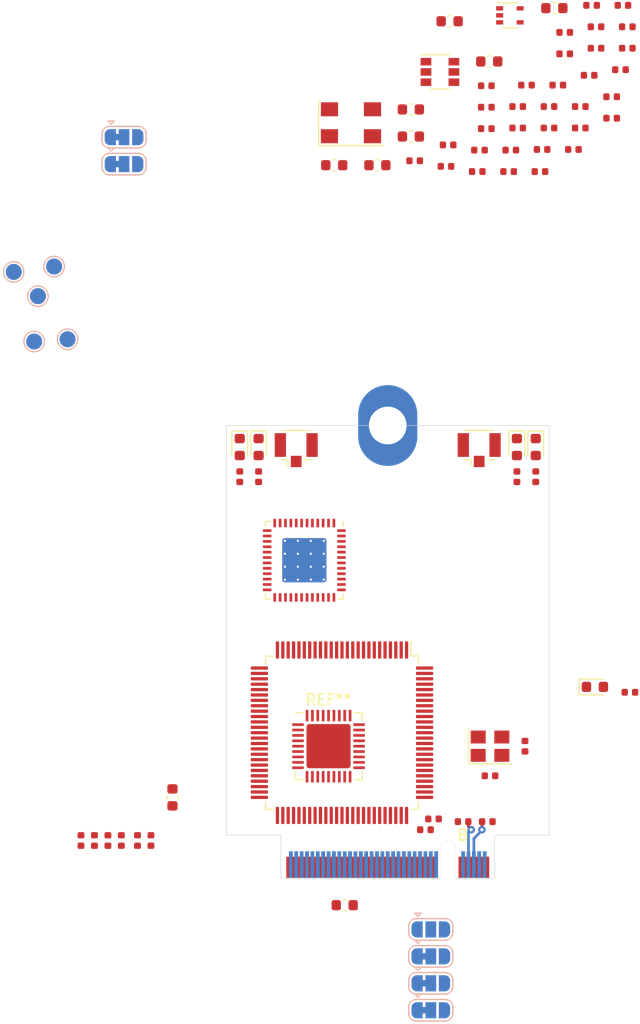
<source format=kicad_pcb>
(kicad_pcb (version 20171130) (host pcbnew "(5.1.4-101-gd6db6dedc)")
  (title_block (title "M.2 Type 2242-XX-B"))
  (layers (0 F.Cu signal) (31 B.Cu signal) (34 B.Paste user) (35 F.Paste user) (36 B.SilkS user) (37 F.SilkS user) (38 B.Mask user) (39 F.Mask user) (44 Edge.Cuts user))
  (net 0 "")
  (net 1 +3V3)
  (net 2 GND)
  (net 3 "Net-(U1-Pad68)")
  (net 4 "Net-(U1-Pad66)")
  (net 5 "Net-(U1-Pad64)")
  (net 6 "Net-(U1-Pad62)")
  (net 7 "Net-(U1-Pad60)")
  (net 8 "Net-(U1-Pad58)")
  (net 9 "Net-(U1-Pad56)")
  (net 10 "Net-(U1-Pad54)")
  (net 11 "Net-(U1-Pad52)")
  (net 12 "Net-(U1-Pad50)")
  (net 13 "Net-(U1-Pad48)")
  (net 14 "Net-(U1-Pad46)")
  (net 15 "Net-(U1-Pad44)")
  (net 16 "Net-(U1-Pad42)")
  (net 17 "Net-(U1-Pad40)")
  (net 18 "Net-(U1-Pad38)")
  (net 19 "Net-(U1-Pad28)")
  (net 20 "Net-(U1-Pad26)")
  (net 21 "Net-(U1-Pad24)")
  (net 22 "Net-(U1-Pad22)")
  (net 23 "Net-(U1-Pad20)")
  (net 24 "Net-(U1-Pad65)")
  (net 25 "Net-(U1-Pad63)")
  (net 26 "Net-(U1-Pad61)")
  (net 27 "Net-(U1-Pad59)")
  (net 28 "Net-(U1-Pad55)")
  (net 29 "Net-(U1-Pad53)")
  (net 30 "Net-(U1-Pad49)")
  (net 31 "Net-(U1-Pad47)")
  (net 32 "Net-(U1-Pad43)")
  (net 33 "Net-(U1-Pad41)")
  (net 34 "Net-(U1-Pad37)")
  (net 35 "Net-(U1-Pad35)")
  (net 36 "Net-(U1-Pad31)")
  (net 37 "Net-(U1-Pad29)")
  (net 38 "Net-(U1-Pad25)")
  (net 39 "Net-(U1-Pad23)")
  (net 40 "/Radio Tranceiver/ANT_A")
  (net 41 "/Radio Tranceiver/ANT_B")
  (net 42 "Net-(C2-Pad1)")
  (net 43 "Net-(C3-Pad1)")
  (net 44 "Net-(C4-Pad1)")
  (net 45 "Net-(C5-Pad2)")
  (net 46 "/Radio Tranceiver/RF_RXTX")
  (net 47 "Net-(C7-Pad2)")
  (net 48 "Net-(C35-Pad1)")
  (net 49 "Net-(C9-Pad1)")
  (net 50 "Net-(C10-Pad1)")
  (net 51 "Net-(C13-Pad1)")
  (net 52 "Net-(C14-Pad1)")
  (net 53 "Net-(C15-Pad2)")
  (net 54 "Net-(C15-Pad1)")
  (net 55 "Net-(C16-Pad1)")
  (net 56 "Net-(C17-Pad1)")
  (net 57 "Net-(C18-Pad2)")
  (net 58 "Net-(C18-Pad1)")
  (net 59 "Net-(C20-Pad1)")
  (net 60 "Net-(C21-Pad1)")
  (net 61 "Net-(C24-Pad1)")
  (net 62 "Net-(C25-Pad1)")
  (net 63 "Net-(C26-Pad1)")
  (net 64 "Net-(C27-Pad1)")
  (net 65 "Net-(C34-Pad1)")
  (net 66 "Net-(C36-Pad2)")
  (net 67 "Net-(D1-Pad2)")
  (net 68 "Net-(D2-Pad2)")
  (net 69 "Net-(D3-Pad2)")
  (net 70 "Net-(D4-Pad2)")
  (net 71 "Net-(D5-Pad2)")
  (net 72 "/M.2 NGFF Fingers/CONFIG_0")
  (net 73 "/M.2 NGFF Fingers/CONFIG_1")
  (net 74 "/M.2 NGFF Fingers/CONFIG_2")
  (net 75 "/M.2 NGFF Fingers/CONFIG_3")
  (net 76 "Net-(L3-Pad2)")
  (net 77 "Net-(L3-Pad1)")
  (net 78 "Net-(R1-Pad1)")
  (net 79 "Net-(R3-Pad1)")
  (net 80 "Net-(R6-Pad2)")
  (net 81 "/Radio Tranceiver/ADF_DATA_IO")
  (net 82 "Net-(R7-Pad2)")
  (net 83 "/Radio Tranceiver/ADF_DATA_CLK")
  (net 84 "Net-(R8-Pad2)")
  (net 85 "/Radio Tranceiver/ADF_CLKOUT")
  (net 86 "/M.2 NGFF Fingers/USB_D+")
  (net 87 /Microcontroller/USB_OTG_FS_D+)
  (net 88 /Microcontroller/USB_OTG_FS_D-)
  (net 89 "/M.2 NGFF Fingers/USB_D-")
  (net 90 /Microcontroller/LED_A_TX)
  (net 91 /Microcontroller/LED0)
  (net 92 /Microcontroller/LED_A_RX)
  (net 93 /Microcontroller/LED_B_TX)
  (net 94 /Microcontroller/LED_B_RX)
  (net 95 "Net-(R22-Pad2)")
  (net 96 "Net-(R23-Pad1)")
  (net 97 "Net-(SJ1-Pad2)")
  (net 98 /Microcontroller/BOOT1)
  (net 99 "Net-(TP1-Pad1)")
  (net 100 "Net-(TP2-Pad1)")
  (net 101 /Microcontroller/UART4_TX)
  (net 102 /Microcontroller/UART4_RX)
  (net 103 /Microcontroller/SWDIO)
  (net 104 /Microcontroller/SWCLK)
  (net 105 /Microcontroller/STM_RESET)
  (net 106 /Microcontroller/LED1)
  (net 107 "/M.2 NGFF Fingers/RESET#")
  (net 108 /Microcontroller/ADF1_ANT_SELECT)
  (net 109 "Net-(U2-Pad4)")
  (net 110 "Net-(U3-Pad1)")
  (net 111 "Net-(U4-Pad38)")
  (net 112 /Microcontroller/ADF1_MUXOUT)
  (net 113 /Microcontroller/ADF1_SWD)
  (net 114 "Net-(U4-Pad30)")
  (net 115 /Microcontroller/ADF1_SCLK)
  (net 116 /Microcontroller/ADF1_SREAD)
  (net 117 /Microcontroller/ADF1_SDATA)
  (net 118 /Microcontroller/ADF1_SLE)
  (net 119 /Microcontroller/ADF1_CE)
  (net 120 /Microcontroller/ADF1_TEST_A)
  (net 121 "Net-(U4-Pad21)")
  (net 122 "Net-(U4-Pad20)")
  (net 123 "Net-(U4-Pad16)")
  (net 124 "Net-(U4-Pad15)")
  (net 125 "Net-(U4-Pad14)")
  (net 126 "Net-(U4-Pad13)")
  (net 127 "Net-(U5-Pad96)")
  (net 128 "Net-(U5-Pad95)")
  (net 129 "Net-(U5-Pad93)")
  (net 130 "Net-(U5-Pad92)")
  (net 131 "Net-(U5-Pad91)")
  (net 132 "Net-(U5-Pad88)")
  (net 133 "Net-(U5-Pad87)")
  (net 134 "Net-(U5-Pad86)")
  (net 135 "Net-(U5-Pad85)")
  (net 136 "Net-(U5-Pad84)")
  (net 137 "Net-(U5-Pad83)")
  (net 138 "Net-(U5-Pad82)")
  (net 139 "Net-(U5-Pad81)")
  (net 140 "Net-(U5-Pad80)")
  (net 141 "Net-(U5-Pad69)")
  (net 142 "Net-(U5-Pad68)")
  (net 143 "Net-(U5-Pad66)")
  (net 144 "Net-(U5-Pad65)")
  (net 145 "Net-(U5-Pad64)")
  (net 146 "Net-(U5-Pad63)")
  (net 147 "Net-(U5-Pad61)")
  (net 148 "Net-(U5-Pad60)")
  (net 149 "Net-(U5-Pad59)")
  (net 150 "Net-(U5-Pad58)")
  (net 151 "Net-(U5-Pad57)")
  (net 152 "Net-(U5-Pad56)")
  (net 153 "Net-(U5-Pad55)")
  (net 154 "Net-(U5-Pad54)")
  (net 155 "Net-(U5-Pad53)")
  (net 156 "Net-(U5-Pad52)")
  (net 157 "Net-(U5-Pad51)")
  (net 158 "Net-(U5-Pad48)")
  (net 159 "Net-(U5-Pad47)")
  (net 160 "Net-(U5-Pad46)")
  (net 161 "Net-(U5-Pad45)")
  (net 162 "Net-(U5-Pad44)")
  (net 163 "Net-(U5-Pad43)")
  (net 164 "Net-(U5-Pad42)")
  (net 165 "Net-(U5-Pad39)")
  (net 166 "Net-(U5-Pad36)")
  (net 167 "Net-(U5-Pad35)")
  (net 168 "Net-(U5-Pad34)")
  (net 169 "Net-(U5-Pad31)")
  (net 170 "Net-(U5-Pad23)")
  (net 171 "Net-(U5-Pad21)")
  (net 172 "Net-(U5-Pad18)")
  (net 173 "Net-(U5-Pad16)")
  (net 174 "Net-(U5-Pad15)")
  (net 175 "Net-(U5-Pad9)")
  (net 176 "Net-(U5-Pad8)")
  (net 177 "Net-(U5-Pad7)")
  (net 178 "Net-(U5-Pad4)")
  (net 179 "Net-(U5-Pad3)")
  (net 180 "Net-(U5-Pad2)")
  (net 181 "Net-(U5-Pad1)")
  (net 182 "Net-(X1-Pad1)")
  (module Package_DFN_QFN:QFN-36-1EP_6x6mm_P0.5mm_EP4.1x4.1mm (layer F.Cu) (at 5.5 29.75)
    (fp_text reference REF** (at 0 -4.32) (layer F.SilkS))
    (fp_text value QFN-36-1EP_6x6mm_P0.5mm_EP4.1x4.1mm)
    (pad 36 smd roundrect (at -2 -2.8375) (size 0.25 1.075) (layers F.Cu F.Paste F.Mask))
    (pad 35 smd roundrect (at -1.5 -2.8375) (size 0.25 1.075) (layers F.Cu F.Paste F.Mask))
    (pad 34 smd roundrect (at -1 -2.8375) (size 0.25 1.075) (layers F.Cu F.Paste F.Mask))
    (pad 33 smd roundrect (at -0.5 -2.8375) (size 0.25 1.075) (layers F.Cu F.Paste F.Mask))
    (pad 32 smd roundrect (at 0 -2.8375) (size 0.25 1.075) (layers F.Cu F.Paste F.Mask))
    (pad 31 smd roundrect (at 0.5 -2.8375) (size 0.25 1.075) (layers F.Cu F.Paste F.Mask))
    (pad 30 smd roundrect (at 1 -2.8375) (size 0.25 1.075) (layers F.Cu F.Paste F.Mask))
    (pad 29 smd roundrect (at 1.5 -2.8375) (size 0.25 1.075) (layers F.Cu F.Paste F.Mask))
    (pad 28 smd roundrect (at 2 -2.8375) (size 0.25 1.075) (layers F.Cu F.Paste F.Mask))
    (pad 27 smd roundrect (at 2.8375 -2) (size 1.075 0.25) (layers F.Cu F.Paste F.Mask))
    (pad 26 smd roundrect (at 2.8375 -1.5) (size 1.075 0.25) (layers F.Cu F.Paste F.Mask))
    (pad 25 smd roundrect (at 2.8375 -1) (size 1.075 0.25) (layers F.Cu F.Paste F.Mask))
    (pad 24 smd roundrect (at 2.8375 -0.5) (size 1.075 0.25) (layers F.Cu F.Paste F.Mask))
    (pad 23 smd roundrect (at 2.8375 0) (size 1.075 0.25) (layers F.Cu F.Paste F.Mask))
    (pad 22 smd roundrect (at 2.8375 0.5) (size 1.075 0.25) (layers F.Cu F.Paste F.Mask))
    (pad 21 smd roundrect (at 2.8375 1) (size 1.075 0.25) (layers F.Cu F.Paste F.Mask))
    (pad 20 smd roundrect (at 2.8375 1.5) (size 1.075 0.25) (layers F.Cu F.Paste F.Mask))
    (pad 19 smd roundrect (at 2.8375 2) (size 1.075 0.25) (layers F.Cu F.Paste F.Mask))
    (pad 18 smd roundrect (at 2 2.8375) (size 0.25 1.075) (layers F.Cu F.Paste F.Mask))
    (pad 17 smd roundrect (at 1.5 2.8375) (size 0.25 1.075) (layers F.Cu F.Paste F.Mask))
    (pad 16 smd roundrect (at 1 2.8375) (size 0.25 1.075) (layers F.Cu F.Paste F.Mask))
    (pad 15 smd roundrect (at 0.5 2.8375) (size 0.25 1.075) (layers F.Cu F.Paste F.Mask))
    (pad 14 smd roundrect (at 0 2.8375) (size 0.25 1.075) (layers F.Cu F.Paste F.Mask))
    (pad 13 smd roundrect (at -0.5 2.8375) (size 0.25 1.075) (layers F.Cu F.Paste F.Mask))
    (pad 12 smd roundrect (at -1 2.8375) (size 0.25 1.075) (layers F.Cu F.Paste F.Mask))
    (pad 11 smd roundrect (at -1.5 2.8375) (size 0.25 1.075) (layers F.Cu F.Paste F.Mask))
    (pad 10 smd roundrect (at -2 2.8375) (size 0.25 1.075) (layers F.Cu F.Paste F.Mask))
    (pad 9 smd roundrect (at -2.8375 2) (size 1.075 0.25) (layers F.Cu F.Paste F.Mask))
    (pad 8 smd roundrect (at -2.8375 1.5) (size 1.075 0.25) (layers F.Cu F.Paste F.Mask))
    (pad 7 smd roundrect (at -2.8375 1) (size 1.075 0.25) (layers F.Cu F.Paste F.Mask))
    (pad 6 smd roundrect (at -2.8375 0.5) (size 1.075 0.25) (layers F.Cu F.Paste F.Mask))
    (pad 5 smd roundrect (at -2.8375 0) (size 1.075 0.25) (layers F.Cu F.Paste F.Mask))
    (pad 4 smd roundrect (at -2.8375 -0.5) (size 1.075 0.25) (layers F.Cu F.Paste F.Mask))
    (pad 3 smd roundrect (at -2.8375 -1) (size 1.075 0.25) (layers F.Cu F.Paste F.Mask))
    (pad 2 smd roundrect (at -2.8375 -1.5) (size 1.075 0.25) (layers F.Cu F.Paste F.Mask))
    (pad 1 smd roundrect (at -2.8375 -2) (size 1.075 0.25) (layers F.Cu F.Paste F.Mask))
    (pad 37 smd roundrect (at 0 0) (size 4.1 4.1) (layers F.Cu F.Mask) (roundrect_rratio 0.060976))
  )
  (module Capacitor_SMD:C_0603_1608Metric (layer F.Cu) (at 7 44.5 180)
    (fp_text reference C27 hide)
    (fp_text value 2.2µF)
    (pad 2 smd roundrect (at 0.7875 0 180) (size 0.875 0.95) (layers F.Cu F.Paste F.Mask) (net 2 GND))
    (pad 1 smd roundrect (at -0.7875 0 180) (size 0.875 0.95) (layers F.Cu F.Paste F.Mask) (net 64 "Net-(C27-Pad1)"))
  )
  (module Capacitor_SMD:C_0603_1608Metric (layer F.Cu) (at -9 34.5 270)
    (fp_text reference C26 hide)
    (fp_text value 2.2µF)
    (pad 2 smd roundrect (at 0.7875 0 270) (size 0.875 0.95) (layers F.Cu F.Paste F.Mask) (net 2 GND))
    (pad 1 smd roundrect (at -0.7875 0 270) (size 0.875 0.95) (layers F.Cu F.Paste F.Mask) (net 63 "Net-(C26-Pad1)"))
  )
  (module Capacitor_SMD:C_0603_1608Metric (layer F.Cu) (at 16.75 -37.5)
    (fp_text reference C1 hide)
    (fp_text value 10uF)
    (pad 2 smd roundrect (at 0.7875 0) (size 0.875 0.95) (layers F.Cu F.Paste F.Mask) (net 2 GND))
    (pad 1 smd roundrect (at -0.7875 0) (size 0.875 0.95) (layers F.Cu F.Paste F.Mask) (net 1 +3V3))
  )
  (module Crystal:Crystal_SMD_3225-4Pin_3.2x2.5mm (layer F.Cu) (at 20.5 29.75)
    (fp_text reference Y1 hide)
    (fp_text value 12MHz)
    (pad 4 smd rect (at -1.1 -0.85) (size 1.4 1.2) (layers F.Cu F.Paste F.Mask) (net 2 GND))
    (pad 3 smd rect (at 1.1 -0.85) (size 1.4 1.2) (layers F.Cu F.Paste F.Mask) (net 62 "Net-(C25-Pad1)"))
    (pad 2 smd rect (at 1.1 0.85) (size 1.4 1.2) (layers F.Cu F.Paste F.Mask) (net 2 GND))
    (pad 1 smd rect (at -1.1 0.85) (size 1.4 1.2) (layers F.Cu F.Paste F.Mask) (net 61 "Net-(C24-Pad1)"))
  )
  (module aausat:FOX924 (layer F.Cu) (at 7.585 -28.065)
    (fp_text reference X1 hide)
    (fp_text value FT5HNBPK19.44-T1)
    (pad 2 smd rect (at 1.99689 1.23001) (size 1.6 1.3) (layers F.Cu F.Paste F.Mask) (net 2 GND))
    (pad 1 smd rect (at -2.00315 1.23001) (size 1.6 1.3) (layers F.Cu F.Paste F.Mask) (net 182 "Net-(X1-Pad1)"))
    (pad 3 smd rect (at 1.99689 -1.27001) (size 1.6 1.3) (layers F.Cu F.Paste F.Mask) (net 58 "Net-(C18-Pad1)"))
    (pad 4 smd rect (at -2.00315 -1.27001) (size 1.6 1.3) (layers F.Cu F.Paste F.Mask) (net 1 +3V3))
  )
  (module Package_QFP:LQFP-100_14x14mm_P0.5mm (layer F.Cu) (at 6.75 28.5 270)
    (fp_text reference U5 hide)
    (fp_text value STM32F407VGTx)
    (pad 100 smd roundrect (at -6 -7.675 270) (size 0.3 1.6) (layers F.Cu F.Paste F.Mask) (net 1 +3V3))
    (pad 99 smd roundrect (at -5.5 -7.675 270) (size 0.3 1.6) (layers F.Cu F.Paste F.Mask) (net 2 GND))
    (pad 98 smd roundrect (at -5 -7.675 270) (size 0.3 1.6) (layers F.Cu F.Paste F.Mask) (net 106 /Microcontroller/LED1))
    (pad 97 smd roundrect (at -4.5 -7.675 270) (size 0.3 1.6) (layers F.Cu F.Paste F.Mask) (net 91 /Microcontroller/LED0))
    (pad 96 smd roundrect (at -4 -7.675 270) (size 0.3 1.6) (layers F.Cu F.Paste F.Mask) (net 127 "Net-(U5-Pad96)"))
    (pad 95 smd roundrect (at -3.5 -7.675 270) (size 0.3 1.6) (layers F.Cu F.Paste F.Mask) (net 128 "Net-(U5-Pad95)"))
    (pad 94 smd roundrect (at -3 -7.675 270) (size 0.3 1.6) (layers F.Cu F.Paste F.Mask) (net 97 "Net-(SJ1-Pad2)"))
    (pad 93 smd roundrect (at -2.5 -7.675 270) (size 0.3 1.6) (layers F.Cu F.Paste F.Mask) (net 129 "Net-(U5-Pad93)"))
    (pad 92 smd roundrect (at -2 -7.675 270) (size 0.3 1.6) (layers F.Cu F.Paste F.Mask) (net 130 "Net-(U5-Pad92)"))
    (pad 91 smd roundrect (at -1.5 -7.675 270) (size 0.3 1.6) (layers F.Cu F.Paste F.Mask) (net 131 "Net-(U5-Pad91)"))
    (pad 90 smd roundrect (at -1 -7.675 270) (size 0.3 1.6) (layers F.Cu F.Paste F.Mask) (net 83 "/Radio Tranceiver/ADF_DATA_CLK"))
    (pad 89 smd roundrect (at -0.5 -7.675 270) (size 0.3 1.6) (layers F.Cu F.Paste F.Mask) (net 85 "/Radio Tranceiver/ADF_CLKOUT"))
    (pad 88 smd roundrect (at 0 -7.675 270) (size 0.3 1.6) (layers F.Cu F.Paste F.Mask) (net 132 "Net-(U5-Pad88)"))
    (pad 87 smd roundrect (at 0.5 -7.675 270) (size 0.3 1.6) (layers F.Cu F.Paste F.Mask) (net 133 "Net-(U5-Pad87)"))
    (pad 86 smd roundrect (at 1 -7.675 270) (size 0.3 1.6) (layers F.Cu F.Paste F.Mask) (net 134 "Net-(U5-Pad86)"))
    (pad 85 smd roundrect (at 1.5 -7.675 270) (size 0.3 1.6) (layers F.Cu F.Paste F.Mask) (net 135 "Net-(U5-Pad85)"))
    (pad 84 smd roundrect (at 2 -7.675 270) (size 0.3 1.6) (layers F.Cu F.Paste F.Mask) (net 136 "Net-(U5-Pad84)"))
    (pad 83 smd roundrect (at 2.5 -7.675 270) (size 0.3 1.6) (layers F.Cu F.Paste F.Mask) (net 137 "Net-(U5-Pad83)"))
    (pad 82 smd roundrect (at 3 -7.675 270) (size 0.3 1.6) (layers F.Cu F.Paste F.Mask) (net 138 "Net-(U5-Pad82)"))
    (pad 81 smd roundrect (at 3.5 -7.675 270) (size 0.3 1.6) (layers F.Cu F.Paste F.Mask) (net 139 "Net-(U5-Pad81)"))
    (pad 80 smd roundrect (at 4 -7.675 270) (size 0.3 1.6) (layers F.Cu F.Paste F.Mask) (net 140 "Net-(U5-Pad80)"))
    (pad 79 smd roundrect (at 4.5 -7.675 270) (size 0.3 1.6) (layers F.Cu F.Paste F.Mask) (net 102 /Microcontroller/UART4_RX))
    (pad 78 smd roundrect (at 5 -7.675 270) (size 0.3 1.6) (layers F.Cu F.Paste F.Mask) (net 101 /Microcontroller/UART4_TX))
    (pad 77 smd roundrect (at 5.5 -7.675 270) (size 0.3 1.6) (layers F.Cu F.Paste F.Mask) (net 108 /Microcontroller/ADF1_ANT_SELECT))
    (pad 76 smd roundrect (at 6 -7.675 270) (size 0.3 1.6) (layers F.Cu F.Paste F.Mask) (net 104 /Microcontroller/SWCLK))
    (pad 75 smd roundrect (at 7.675 -6 270) (size 1.6 0.3) (layers F.Cu F.Paste F.Mask) (net 1 +3V3))
    (pad 74 smd roundrect (at 7.675 -5.5 270) (size 1.6 0.3) (layers F.Cu F.Paste F.Mask) (net 2 GND))
    (pad 73 smd roundrect (at 7.675 -5 270) (size 1.6 0.3) (layers F.Cu F.Paste F.Mask) (net 64 "Net-(C27-Pad1)"))
    (pad 72 smd roundrect (at 7.675 -4.5 270) (size 1.6 0.3) (layers F.Cu F.Paste F.Mask) (net 103 /Microcontroller/SWDIO))
    (pad 71 smd roundrect (at 7.675 -4 270) (size 1.6 0.3) (layers F.Cu F.Paste F.Mask) (net 87 /Microcontroller/USB_OTG_FS_D+))
    (pad 70 smd roundrect (at 7.675 -3.5 270) (size 1.6 0.3) (layers F.Cu F.Paste F.Mask) (net 88 /Microcontroller/USB_OTG_FS_D-))
    (pad 69 smd roundrect (at 7.675 -3 270) (size 1.6 0.3) (layers F.Cu F.Paste F.Mask) (net 141 "Net-(U5-Pad69)"))
    (pad 68 smd roundrect (at 7.675 -2.5 270) (size 1.6 0.3) (layers F.Cu F.Paste F.Mask) (net 142 "Net-(U5-Pad68)"))
    (pad 67 smd roundrect (at 7.675 -2 270) (size 1.6 0.3) (layers F.Cu F.Paste F.Mask) (net 113 /Microcontroller/ADF1_SWD))
    (pad 66 smd roundrect (at 7.675 -1.5 270) (size 1.6 0.3) (layers F.Cu F.Paste F.Mask) (net 143 "Net-(U5-Pad66)"))
    (pad 65 smd roundrect (at 7.675 -1 270) (size 1.6 0.3) (layers F.Cu F.Paste F.Mask) (net 144 "Net-(U5-Pad65)"))
    (pad 64 smd roundrect (at 7.675 -0.5 270) (size 1.6 0.3) (layers F.Cu F.Paste F.Mask) (net 145 "Net-(U5-Pad64)"))
    (pad 63 smd roundrect (at 7.675 0 270) (size 1.6 0.3) (layers F.Cu F.Paste F.Mask) (net 146 "Net-(U5-Pad63)"))
    (pad 62 smd roundrect (at 7.675 0.5 270) (size 1.6 0.3) (layers F.Cu F.Paste F.Mask) (net 107 "/M.2 NGFF Fingers/RESET#"))
    (pad 61 smd roundrect (at 7.675 1 270) (size 1.6 0.3) (layers F.Cu F.Paste F.Mask) (net 147 "Net-(U5-Pad61)"))
    (pad 60 smd roundrect (at 7.675 1.5 270) (size 1.6 0.3) (layers F.Cu F.Paste F.Mask) (net 148 "Net-(U5-Pad60)"))
    (pad 59 smd roundrect (at 7.675 2 270) (size 1.6 0.3) (layers F.Cu F.Paste F.Mask) (net 149 "Net-(U5-Pad59)"))
    (pad 58 smd roundrect (at 7.675 2.5 270) (size 1.6 0.3) (layers F.Cu F.Paste F.Mask) (net 150 "Net-(U5-Pad58)"))
    (pad 57 smd roundrect (at 7.675 3 270) (size 1.6 0.3) (layers F.Cu F.Paste F.Mask) (net 151 "Net-(U5-Pad57)"))
    (pad 56 smd roundrect (at 7.675 3.5 270) (size 1.6 0.3) (layers F.Cu F.Paste F.Mask) (net 152 "Net-(U5-Pad56)"))
    (pad 55 smd roundrect (at 7.675 4 270) (size 1.6 0.3) (layers F.Cu F.Paste F.Mask) (net 153 "Net-(U5-Pad55)"))
    (pad 54 smd roundrect (at 7.675 4.5 270) (size 1.6 0.3) (layers F.Cu F.Paste F.Mask) (net 154 "Net-(U5-Pad54)"))
    (pad 53 smd roundrect (at 7.675 5 270) (size 1.6 0.3) (layers F.Cu F.Paste F.Mask) (net 155 "Net-(U5-Pad53)"))
    (pad 52 smd roundrect (at 7.675 5.5 270) (size 1.6 0.3) (layers F.Cu F.Paste F.Mask) (net 156 "Net-(U5-Pad52)"))
    (pad 51 smd roundrect (at 7.675 6 270) (size 1.6 0.3) (layers F.Cu F.Paste F.Mask) (net 157 "Net-(U5-Pad51)"))
    (pad 50 smd roundrect (at 6 7.675 270) (size 0.3 1.6) (layers F.Cu F.Paste F.Mask) (net 1 +3V3))
    (pad 49 smd roundrect (at 5.5 7.675 270) (size 0.3 1.6) (layers F.Cu F.Paste F.Mask) (net 63 "Net-(C26-Pad1)"))
    (pad 48 smd roundrect (at 5 7.675 270) (size 0.3 1.6) (layers F.Cu F.Paste F.Mask) (net 158 "Net-(U5-Pad48)"))
    (pad 47 smd roundrect (at 4.5 7.675 270) (size 0.3 1.6) (layers F.Cu F.Paste F.Mask) (net 159 "Net-(U5-Pad47)"))
    (pad 46 smd roundrect (at 4 7.675 270) (size 0.3 1.6) (layers F.Cu F.Paste F.Mask) (net 160 "Net-(U5-Pad46)"))
    (pad 45 smd roundrect (at 3.5 7.675 270) (size 0.3 1.6) (layers F.Cu F.Paste F.Mask) (net 161 "Net-(U5-Pad45)"))
    (pad 44 smd roundrect (at 3 7.675 270) (size 0.3 1.6) (layers F.Cu F.Paste F.Mask) (net 162 "Net-(U5-Pad44)"))
    (pad 43 smd roundrect (at 2.5 7.675 270) (size 0.3 1.6) (layers F.Cu F.Paste F.Mask) (net 163 "Net-(U5-Pad43)"))
    (pad 42 smd roundrect (at 2 7.675 270) (size 0.3 1.6) (layers F.Cu F.Paste F.Mask) (net 164 "Net-(U5-Pad42)"))
    (pad 41 smd roundrect (at 1.5 7.675 270) (size 0.3 1.6) (layers F.Cu F.Paste F.Mask) (net 92 /Microcontroller/LED_A_RX))
    (pad 40 smd roundrect (at 1 7.675 270) (size 0.3 1.6) (layers F.Cu F.Paste F.Mask) (net 90 /Microcontroller/LED_A_TX))
    (pad 39 smd roundrect (at 0.5 7.675 270) (size 0.3 1.6) (layers F.Cu F.Paste F.Mask) (net 165 "Net-(U5-Pad39)"))
    (pad 38 smd roundrect (at 0 7.675 270) (size 0.3 1.6) (layers F.Cu F.Paste F.Mask) (net 94 /Microcontroller/LED_B_RX))
    (pad 37 smd roundrect (at -0.5 7.675 270) (size 0.3 1.6) (layers F.Cu F.Paste F.Mask) (net 98 /Microcontroller/BOOT1))
    (pad 36 smd roundrect (at -1 7.675 270) (size 0.3 1.6) (layers F.Cu F.Paste F.Mask) (net 166 "Net-(U5-Pad36)"))
    (pad 35 smd roundrect (at -1.5 7.675 270) (size 0.3 1.6) (layers F.Cu F.Paste F.Mask) (net 167 "Net-(U5-Pad35)"))
    (pad 34 smd roundrect (at -2 7.675 270) (size 0.3 1.6) (layers F.Cu F.Paste F.Mask) (net 168 "Net-(U5-Pad34)"))
    (pad 33 smd roundrect (at -2.5 7.675 270) (size 0.3 1.6) (layers F.Cu F.Paste F.Mask) (net 112 /Microcontroller/ADF1_MUXOUT))
    (pad 32 smd roundrect (at -3 7.675 270) (size 0.3 1.6) (layers F.Cu F.Paste F.Mask) (net 81 "/Radio Tranceiver/ADF_DATA_IO"))
    (pad 31 smd roundrect (at -3.5 7.675 270) (size 0.3 1.6) (layers F.Cu F.Paste F.Mask) (net 169 "Net-(U5-Pad31)"))
    (pad 30 smd roundrect (at -4 7.675 270) (size 0.3 1.6) (layers F.Cu F.Paste F.Mask) (net 115 /Microcontroller/ADF1_SCLK))
    (pad 29 smd roundrect (at -4.5 7.675 270) (size 0.3 1.6) (layers F.Cu F.Paste F.Mask) (net 117 /Microcontroller/ADF1_SDATA))
    (pad 28 smd roundrect (at -5 7.675 270) (size 0.3 1.6) (layers F.Cu F.Paste F.Mask) (net 1 +3V3))
    (pad 27 smd roundrect (at -5.5 7.675 270) (size 0.3 1.6) (layers F.Cu F.Paste F.Mask) (net 2 GND))
    (pad 26 smd roundrect (at -6 7.675 270) (size 0.3 1.6) (layers F.Cu F.Paste F.Mask) (net 118 /Microcontroller/ADF1_SLE))
    (pad 25 smd roundrect (at -7.675 6 270) (size 1.6 0.3) (layers F.Cu F.Paste F.Mask) (net 116 /Microcontroller/ADF1_SREAD))
    (pad 24 smd roundrect (at -7.675 5.5 270) (size 1.6 0.3) (layers F.Cu F.Paste F.Mask) (net 119 /Microcontroller/ADF1_CE))
    (pad 23 smd roundrect (at -7.675 5 270) (size 1.6 0.3) (layers F.Cu F.Paste F.Mask) (net 170 "Net-(U5-Pad23)"))
    (pad 22 smd roundrect (at -7.675 4.5 270) (size 1.6 0.3) (layers F.Cu F.Paste F.Mask) (net 1 +3V3))
    (pad 21 smd roundrect (at -7.675 4 270) (size 1.6 0.3) (layers F.Cu F.Paste F.Mask) (net 171 "Net-(U5-Pad21)"))
    (pad 20 smd roundrect (at -7.675 3.5 270) (size 1.6 0.3) (layers F.Cu F.Paste F.Mask) (net 2 GND))
    (pad 19 smd roundrect (at -7.675 3 270) (size 1.6 0.3) (layers F.Cu F.Paste F.Mask) (net 1 +3V3))
    (pad 18 smd roundrect (at -7.675 2.5 270) (size 1.6 0.3) (layers F.Cu F.Paste F.Mask) (net 172 "Net-(U5-Pad18)"))
    (pad 17 smd roundrect (at -7.675 2 270) (size 1.6 0.3) (layers F.Cu F.Paste F.Mask) (net 120 /Microcontroller/ADF1_TEST_A))
    (pad 16 smd roundrect (at -7.675 1.5 270) (size 1.6 0.3) (layers F.Cu F.Paste F.Mask) (net 173 "Net-(U5-Pad16)"))
    (pad 15 smd roundrect (at -7.675 1 270) (size 1.6 0.3) (layers F.Cu F.Paste F.Mask) (net 174 "Net-(U5-Pad15)"))
    (pad 14 smd roundrect (at -7.675 0.5 270) (size 1.6 0.3) (layers F.Cu F.Paste F.Mask) (net 105 /Microcontroller/STM_RESET))
    (pad 13 smd roundrect (at -7.675 0 270) (size 1.6 0.3) (layers F.Cu F.Paste F.Mask) (net 62 "Net-(C25-Pad1)"))
    (pad 12 smd roundrect (at -7.675 -0.5 270) (size 1.6 0.3) (layers F.Cu F.Paste F.Mask) (net 61 "Net-(C24-Pad1)"))
    (pad 11 smd roundrect (at -7.675 -1 270) (size 1.6 0.3) (layers F.Cu F.Paste F.Mask) (net 1 +3V3))
    (pad 10 smd roundrect (at -7.675 -1.5 270) (size 1.6 0.3) (layers F.Cu F.Paste F.Mask) (net 2 GND))
    (pad 9 smd roundrect (at -7.675 -2 270) (size 1.6 0.3) (layers F.Cu F.Paste F.Mask) (net 175 "Net-(U5-Pad9)"))
    (pad 8 smd roundrect (at -7.675 -2.5 270) (size 1.6 0.3) (layers F.Cu F.Paste F.Mask) (net 176 "Net-(U5-Pad8)"))
    (pad 7 smd roundrect (at -7.675 -3 270) (size 1.6 0.3) (layers F.Cu F.Paste F.Mask) (net 177 "Net-(U5-Pad7)"))
    (pad 6 smd roundrect (at -7.675 -3.5 270) (size 1.6 0.3) (layers F.Cu F.Paste F.Mask) (net 1 +3V3))
    (pad 5 smd roundrect (at -7.675 -4 270) (size 1.6 0.3) (layers F.Cu F.Paste F.Mask) (net 93 /Microcontroller/LED_B_TX))
    (pad 4 smd roundrect (at -7.675 -4.5 270) (size 1.6 0.3) (layers F.Cu F.Paste F.Mask) (net 178 "Net-(U5-Pad4)"))
    (pad 3 smd roundrect (at -7.675 -5 270) (size 1.6 0.3) (layers F.Cu F.Paste F.Mask) (net 179 "Net-(U5-Pad3)"))
    (pad 2 smd roundrect (at -7.675 -5.5 270) (size 1.6 0.3) (layers F.Cu F.Paste F.Mask) (net 180 "Net-(U5-Pad2)"))
    (pad 1 smd roundrect (at -7.675 -6 270) (size 1.6 0.3) (layers F.Cu F.Paste F.Mask) (net 181 "Net-(U5-Pad1)"))
  )
  (module Package_CSP:LFCSP-48-1EP_7x7mm_P0.5mm_EP4.1x4.1mm_ThermalVias (layer F.Cu) (at 3.25 12.5 270)
    (fp_text reference U4 hide)
    (fp_text value ADF7021BCPZ)
    (pad 48 smd roundrect (at -2.75 -3.45 270) (size 0.25 0.8) (layers F.Cu F.Paste F.Mask) (net 54 "Net-(C15-Pad1)"))
    (pad 47 smd roundrect (at -2.25 -3.45 270) (size 0.25 0.8) (layers F.Cu F.Paste F.Mask) (net 2 GND))
    (pad 46 smd roundrect (at -1.75 -3.45 270) (size 0.25 0.8) (layers F.Cu F.Paste F.Mask) (net 77 "Net-(L3-Pad1)"))
    (pad 45 smd roundrect (at -1.25 -3.45 270) (size 0.25 0.8) (layers F.Cu F.Paste F.Mask) (net 2 GND))
    (pad 44 smd roundrect (at -0.75 -3.45 270) (size 0.25 0.8) (layers F.Cu F.Paste F.Mask) (net 76 "Net-(L3-Pad2)"))
    (pad 43 smd roundrect (at -0.25 -3.45 270) (size 0.25 0.8) (layers F.Cu F.Paste F.Mask) (net 1 +3V3))
    (pad 42 smd roundrect (at 0.25 -3.45 270) (size 0.25 0.8) (layers F.Cu F.Paste F.Mask) (net 56 "Net-(C17-Pad1)"))
    (pad 41 smd roundrect (at 0.75 -3.45 270) (size 0.25 0.8) (layers F.Cu F.Paste F.Mask) (net 59 "Net-(C20-Pad1)"))
    (pad 40 smd roundrect (at 1.25 -3.45 270) (size 0.25 0.8) (layers F.Cu F.Paste F.Mask) (net 1 +3V3))
    (pad 39 smd roundrect (at 1.75 -3.45 270) (size 0.25 0.8) (layers F.Cu F.Paste F.Mask) (net 57 "Net-(C18-Pad2)"))
    (pad 38 smd roundrect (at 2.25 -3.45 270) (size 0.25 0.8) (layers F.Cu F.Paste F.Mask) (net 111 "Net-(U4-Pad38)"))
    (pad 37 smd roundrect (at 2.75 -3.45 270) (size 0.25 0.8) (layers F.Cu F.Paste F.Mask) (net 112 /Microcontroller/ADF1_MUXOUT))
    (pad 36 smd roundrect (at 3.45 -2.75 270) (size 0.8 0.25) (layers F.Cu F.Paste F.Mask) (net 84 "Net-(R8-Pad2)"))
    (pad 35 smd roundrect (at 3.45 -2.25 270) (size 0.8 0.25) (layers F.Cu F.Paste F.Mask) (net 82 "Net-(R7-Pad2)"))
    (pad 34 smd roundrect (at 3.45 -1.75 270) (size 0.8 0.25) (layers F.Cu F.Paste F.Mask) (net 80 "Net-(R6-Pad2)"))
    (pad 33 smd roundrect (at 3.45 -1.25 270) (size 0.8 0.25) (layers F.Cu F.Paste F.Mask) (net 113 /Microcontroller/ADF1_SWD))
    (pad 32 smd roundrect (at 3.45 -0.75 270) (size 0.8 0.25) (layers F.Cu F.Paste F.Mask) (net 1 +3V3))
    (pad 31 smd roundrect (at 3.45 -0.25 270) (size 0.8 0.25) (layers F.Cu F.Paste F.Mask) (net 60 "Net-(C21-Pad1)"))
    (pad 30 smd roundrect (at 3.45 0.25 270) (size 0.8 0.25) (layers F.Cu F.Paste F.Mask) (net 114 "Net-(U4-Pad30)"))
    (pad 29 smd roundrect (at 3.45 0.75 270) (size 0.8 0.25) (layers F.Cu F.Paste F.Mask) (net 2 GND))
    (pad 28 smd roundrect (at 3.45 1.25 270) (size 0.8 0.25) (layers F.Cu F.Paste F.Mask) (net 115 /Microcontroller/ADF1_SCLK))
    (pad 27 smd roundrect (at 3.45 1.75 270) (size 0.8 0.25) (layers F.Cu F.Paste F.Mask) (net 116 /Microcontroller/ADF1_SREAD))
    (pad 26 smd roundrect (at 3.45 2.25 270) (size 0.8 0.25) (layers F.Cu F.Paste F.Mask) (net 117 /Microcontroller/ADF1_SDATA))
    (pad 25 smd roundrect (at 3.45 2.75 270) (size 0.8 0.25) (layers F.Cu F.Paste F.Mask) (net 118 /Microcontroller/ADF1_SLE))
    (pad 24 smd roundrect (at 2.75 3.45 270) (size 0.25 0.8) (layers F.Cu F.Paste F.Mask) (net 119 /Microcontroller/ADF1_CE))
    (pad 23 smd roundrect (at 2.25 3.45 270) (size 0.25 0.8) (layers F.Cu F.Paste F.Mask) (net 120 /Microcontroller/ADF1_TEST_A))
    (pad 22 smd roundrect (at 1.75 3.45 270) (size 0.25 0.8) (layers F.Cu F.Paste F.Mask) (net 2 GND))
    (pad 21 smd roundrect (at 1.25 3.45 270) (size 0.25 0.8) (layers F.Cu F.Paste F.Mask) (net 121 "Net-(U4-Pad21)"))
    (pad 20 smd roundrect (at 0.75 3.45 270) (size 0.25 0.8) (layers F.Cu F.Paste F.Mask) (net 122 "Net-(U4-Pad20)"))
    (pad 19 smd roundrect (at 0.25 3.45 270) (size 0.25 0.8) (layers F.Cu F.Paste F.Mask) (net 2 GND))
    (pad 18 smd roundrect (at -0.25 3.45 270) (size 0.25 0.8) (layers F.Cu F.Paste F.Mask) (net 100 "Net-(TP2-Pad1)"))
    (pad 17 smd roundrect (at -0.75 3.45 270) (size 0.25 0.8) (layers F.Cu F.Paste F.Mask) (net 99 "Net-(TP1-Pad1)"))
    (pad 16 smd roundrect (at -1.25 3.45 270) (size 0.25 0.8) (layers F.Cu F.Paste F.Mask) (net 123 "Net-(U4-Pad16)"))
    (pad 15 smd roundrect (at -1.75 3.45 270) (size 0.25 0.8) (layers F.Cu F.Paste F.Mask) (net 124 "Net-(U4-Pad15)"))
    (pad 14 smd roundrect (at -2.25 3.45 270) (size 0.25 0.8) (layers F.Cu F.Paste F.Mask) (net 125 "Net-(U4-Pad14)"))
    (pad 13 smd roundrect (at -2.75 3.45 270) (size 0.25 0.8) (layers F.Cu F.Paste F.Mask) (net 126 "Net-(U4-Pad13)"))
    (pad 12 smd roundrect (at -3.45 2.75 270) (size 0.8 0.25) (layers F.Cu F.Paste F.Mask) (net 2 GND))
    (pad 11 smd roundrect (at -3.45 2.25 270) (size 0.8 0.25) (layers F.Cu F.Paste F.Mask) (net 51 "Net-(C13-Pad1)"))
    (pad 10 smd roundrect (at -3.45 1.75 270) (size 0.8 0.25) (layers F.Cu F.Paste F.Mask) (net 79 "Net-(R3-Pad1)"))
    (pad 9 smd roundrect (at -3.45 1.25 270) (size 0.8 0.25) (layers F.Cu F.Paste F.Mask) (net 1 +3V3))
    (pad 8 smd roundrect (at -3.45 0.75 270) (size 0.8 0.25) (layers F.Cu F.Paste F.Mask) (net 78 "Net-(R1-Pad1)"))
    (pad 7 smd roundrect (at -3.45 0.25 270) (size 0.8 0.25) (layers F.Cu F.Paste F.Mask) (net 49 "Net-(C9-Pad1)"))
    (pad 6 smd roundrect (at -3.45 -0.25 270) (size 0.8 0.25) (layers F.Cu F.Paste F.Mask) (net 47 "Net-(C7-Pad2)"))
    (pad 5 smd roundrect (at -3.45 -0.75 270) (size 0.8 0.25) (layers F.Cu F.Paste F.Mask) (net 2 GND))
    (pad 4 smd roundrect (at -3.45 -1.25 270) (size 0.8 0.25) (layers F.Cu F.Paste F.Mask) (net 66 "Net-(C36-Pad2)"))
    (pad 3 smd roundrect (at -3.45 -1.75 270) (size 0.8 0.25) (layers F.Cu F.Paste F.Mask) (net 1 +3V3))
    (pad 2 smd roundrect (at -3.45 -2.25 270) (size 0.8 0.25) (layers F.Cu F.Paste F.Mask) (net 53 "Net-(C15-Pad2)"))
    (pad 1 smd roundrect (at -3.45 -2.75 270) (size 0.8 0.25) (layers F.Cu F.Paste F.Mask) (net 52 "Net-(C14-Pad1)"))
    (pad 49 smd roundrect (at 0 0 270) (size 4.1 4.1) (layers B.Cu) (roundrect_rratio 0.060976) (net 2 GND))
    (pad 49 thru_hole circle (at 1.8 1.8 270) (size 0.5 0.5) (drill 0.2) (layers *.Cu) (net 2 GND))
    (pad 49 thru_hole circle (at 0.6 1.8 270) (size 0.5 0.5) (drill 0.2) (layers *.Cu) (net 2 GND))
    (pad 49 thru_hole circle (at -0.6 1.8 270) (size 0.5 0.5) (drill 0.2) (layers *.Cu) (net 2 GND))
    (pad 49 thru_hole circle (at -1.8 1.8 270) (size 0.5 0.5) (drill 0.2) (layers *.Cu) (net 2 GND))
    (pad 49 thru_hole circle (at 1.8 0.6 270) (size 0.5 0.5) (drill 0.2) (layers *.Cu) (net 2 GND))
    (pad 49 thru_hole circle (at 0.6 0.6 270) (size 0.5 0.5) (drill 0.2) (layers *.Cu) (net 2 GND))
    (pad 49 thru_hole circle (at -0.6 0.6 270) (size 0.5 0.5) (drill 0.2) (layers *.Cu) (net 2 GND))
    (pad 49 thru_hole circle (at -1.8 0.6 270) (size 0.5 0.5) (drill 0.2) (layers *.Cu) (net 2 GND))
    (pad 49 thru_hole circle (at 1.8 -0.6 270) (size 0.5 0.5) (drill 0.2) (layers *.Cu) (net 2 GND))
    (pad 49 thru_hole circle (at 0.6 -0.6 270) (size 0.5 0.5) (drill 0.2) (layers *.Cu) (net 2 GND))
    (pad 49 thru_hole circle (at -0.6 -0.6 270) (size 0.5 0.5) (drill 0.2) (layers *.Cu) (net 2 GND))
    (pad 49 thru_hole circle (at -1.8 -0.6 270) (size 0.5 0.5) (drill 0.2) (layers *.Cu) (net 2 GND))
    (pad 49 thru_hole circle (at 1.8 -1.8 270) (size 0.5 0.5) (drill 0.2) (layers *.Cu) (net 2 GND))
    (pad 49 thru_hole circle (at 0.6 -1.8 270) (size 0.5 0.5) (drill 0.2) (layers *.Cu) (net 2 GND))
    (pad 49 thru_hole circle (at -0.6 -1.8 270) (size 0.5 0.5) (drill 0.2) (layers *.Cu) (net 2 GND))
    (pad 49 thru_hole circle (at -1.8 -1.8 270) (size 0.5 0.5) (drill 0.2) (layers *.Cu) (net 2 GND))
    (pad 49 smd roundrect (at 0 0 270) (size 4.1 4.1) (layers F.Cu F.Mask) (roundrect_rratio 0.060976) (net 2 GND))
  )
  (module Package_TO_SOT_SMD:SOT-353_SC-70-5 (layer F.Cu) (at 22.35 -38.05)
    (fp_text reference U3 hide)
    (fp_text value M74VHC1GT04DFT1G)
    (pad 5 smd rect (at 0.95 -0.65) (size 0.65 0.4) (layers F.Cu F.Paste F.Mask) (net 1 +3V3))
    (pad 4 smd rect (at 0.95 0.65) (size 0.65 0.4) (layers F.Cu F.Paste F.Mask) (net 109 "Net-(U2-Pad4)"))
    (pad 2 smd rect (at -0.95 0) (size 0.65 0.4) (layers F.Cu F.Paste F.Mask) (net 108 /Microcontroller/ADF1_ANT_SELECT))
    (pad 3 smd rect (at -0.95 0.65) (size 0.65 0.4) (layers F.Cu F.Paste F.Mask) (net 2 GND))
    (pad 1 smd rect (at -0.95 -0.65) (size 0.65 0.4) (layers F.Cu F.Paste F.Mask) (net 110 "Net-(U3-Pad1)"))
  )
  (module Package_TO_SOT_SMD:SuperSOT-6 (layer F.Cu) (at 15.85 -32.8)
    (fp_text reference U2 hide)
    (fp_text value AS193-73)
    (pad 5 smd rect (at 1.3 0) (size 1 0.7) (layers F.Cu F.Paste F.Mask) (net 45 "Net-(C5-Pad2)"))
    (pad 6 smd rect (at 1.3 -0.95) (size 1 0.7) (layers F.Cu F.Paste F.Mask) (net 108 /Microcontroller/ADF1_ANT_SELECT))
    (pad 4 smd rect (at 1.3 0.95) (size 1 0.7) (layers F.Cu F.Paste F.Mask) (net 109 "Net-(U2-Pad4)"))
    (pad 3 smd rect (at -1.3 0.95) (size 1 0.7) (layers F.Cu F.Paste F.Mask) (net 43 "Net-(C3-Pad1)"))
    (pad 2 smd rect (at -1.3 0) (size 1 0.7) (layers F.Cu F.Paste F.Mask) (net 2 GND))
    (pad 1 smd rect (at -1.3 -0.95) (size 1 0.7) (layers F.Cu F.Paste F.Mask) (net 42 "Net-(C2-Pad1)"))
  )
  (module TestPoint:TestPoint_Pad_D1.5mm (layer B.Cu) (at -21.5 -12)
    (fp_text reference TP5 hide)
    (fp_text value GND)
    (pad 1 smd circle (at 0 0) (size 1.5 1.5) (layers B.Cu B.Mask) (net 2 GND))
  )
  (module TestPoint:TestPoint_Pad_D1.5mm (layer B.Cu) (at -23.75 -14.25)
    (fp_text reference TP4 hide)
    (fp_text value RX)
    (pad 1 smd circle (at 0 0) (size 1.5 1.5) (layers B.Cu B.Mask) (net 102 /Microcontroller/UART4_RX))
  )
  (module TestPoint:TestPoint_Pad_D1.5mm (layer B.Cu) (at -20 -14.75)
    (fp_text reference TP3 hide)
    (fp_text value TX)
    (pad 1 smd circle (at 0 0) (size 1.5 1.5) (layers B.Cu B.Mask) (net 101 /Microcontroller/UART4_TX))
  )
  (module TestPoint:TestPoint_Pad_D1.5mm (layer B.Cu) (at -18.75 -8 270)
    (fp_text reference TP2 hide)
    (fp_text value ~FILT_I)
    (pad 1 smd circle (at 0 0 270) (size 1.5 1.5) (layers B.Cu B.Mask) (net 100 "Net-(TP2-Pad1)"))
  )
  (module TestPoint:TestPoint_Pad_D1.5mm (layer B.Cu) (at -21.85 -7.79 270)
    (fp_text reference TP1 hide)
    (fp_text value FILT_I)
    (pad 1 smd circle (at 0 0 270) (size 1.5 1.5) (layers B.Cu B.Mask) (net 99 "Net-(TP1-Pad1)"))
  )
  (module Jumper:SolderJumper-3_P1.3mm_Bridged12_RoundedPad1.0x1.5mm (layer B.Cu) (at -13.5 -26.75)
    (fp_text reference SJ2 hide)
    (fp_text value BOOT1)
    (fp_poly (pts (xy -0.9 0.3) (xy -0.4 0.3) (xy -0.4 -0.3) (xy -0.9 -0.3)) (layer B.Cu) (width 0))
    (pad 1 smd custom (at -1.3 0) (size 1 0.5) (layers B.Cu B.Mask) (net 2 GND) (options (clearance outline) (anchor rect)) (primitives (gr_circle (center 0 -0.25) (end 0.5 -0.25) (width 0)) (gr_circle (center 0 0.25) (end 0.5 0.25) (width 0)) (gr_poly (pts (xy 0.55 0.75) (xy 0 0.75) (xy 0 -0.75) (xy 0.55 -0.75)) (width 0))))
    (pad 2 smd rect (at 0 0) (size 1 1.5) (layers B.Cu B.Mask) (net 98 /Microcontroller/BOOT1))
    (pad 3 smd custom (at 1.3 0) (size 1 0.5) (layers B.Cu B.Mask) (net 1 +3V3) (options (clearance outline) (anchor rect)) (primitives (gr_circle (center 0 -0.25) (end 0.5 -0.25) (width 0)) (gr_circle (center 0 0.25) (end 0.5 0.25) (width 0)) (gr_poly (pts (xy -0.55 0.75) (xy 0 0.75) (xy 0 -0.75) (xy -0.55 -0.75)) (width 0))))
  )
  (module Jumper:SolderJumper-3_P1.3mm_Bridged12_RoundedPad1.0x1.5mm (layer B.Cu) (at -13.5 -24.25)
    (fp_text reference SJ1 hide)
    (fp_text value BOOT0)
    (fp_poly (pts (xy -0.9 0.3) (xy -0.4 0.3) (xy -0.4 -0.3) (xy -0.9 -0.3)) (layer B.Cu) (width 0))
    (pad 1 smd custom (at -1.3 0) (size 1 0.5) (layers B.Cu B.Mask) (net 2 GND) (options (clearance outline) (anchor rect)) (primitives (gr_circle (center 0 -0.25) (end 0.5 -0.25) (width 0)) (gr_circle (center 0 0.25) (end 0.5 0.25) (width 0)) (gr_poly (pts (xy 0.55 0.75) (xy 0 0.75) (xy 0 -0.75) (xy 0.55 -0.75)) (width 0))))
    (pad 2 smd rect (at 0 0) (size 1 1.5) (layers B.Cu B.Mask) (net 97 "Net-(SJ1-Pad2)"))
    (pad 3 smd custom (at 1.3 0) (size 1 0.5) (layers B.Cu B.Mask) (net 1 +3V3) (options (clearance outline) (anchor rect)) (primitives (gr_circle (center 0 -0.25) (end 0.5 -0.25) (width 0)) (gr_circle (center 0 0.25) (end 0.5 0.25) (width 0)) (gr_poly (pts (xy -0.55 0.75) (xy 0 0.75) (xy 0 -0.75) (xy -0.55 -0.75)) (width 0))))
  )
  (module Resistor_SMD:R_0402_1005Metric (layer F.Cu) (at 20.25 36.75)
    (fp_text reference R23 hide)
    (fp_text value 200K)
    (pad 2 smd roundrect (at 0.485 0) (size 0.59 0.64) (layers F.Cu F.Paste F.Mask) (net 2 GND))
    (pad 1 smd roundrect (at -0.485 0) (size 0.59 0.64) (layers F.Cu F.Paste F.Mask) (net 96 "Net-(R23-Pad1)"))
  )
  (module Resistor_SMD:R_0402_1005Metric (layer F.Cu) (at 18 36.75)
    (fp_text reference R22 hide)
    (fp_text value 200K)
    (pad 2 smd roundrect (at 0.485 0) (size 0.59 0.64) (layers F.Cu F.Paste F.Mask) (net 95 "Net-(R22-Pad2)"))
    (pad 1 smd roundrect (at -0.485 0) (size 0.59 0.64) (layers F.Cu F.Paste F.Mask) (net 1 +3V3))
  )
  (module Resistor_SMD:R_0402_1005Metric (layer F.Cu) (at 23 4.75 90)
    (fp_text reference R21 hide)
    (fp_text value 10K)
    (pad 2 smd roundrect (at 0.485 0 90) (size 0.59 0.64) (layers F.Cu F.Paste F.Mask) (net 71 "Net-(D5-Pad2)"))
    (pad 1 smd roundrect (at -0.485 0 90) (size 0.59 0.64) (layers F.Cu F.Paste F.Mask) (net 94 /Microcontroller/LED_B_RX))
  )
  (module Resistor_SMD:R_0402_1005Metric (layer F.Cu) (at 24.75 4.75 90)
    (fp_text reference R20 hide)
    (fp_text value 10K)
    (pad 2 smd roundrect (at 0.485 0 90) (size 0.59 0.64) (layers F.Cu F.Paste F.Mask) (net 70 "Net-(D4-Pad2)"))
    (pad 1 smd roundrect (at -0.485 0 90) (size 0.59 0.64) (layers F.Cu F.Paste F.Mask) (net 93 /Microcontroller/LED_B_TX))
  )
  (module Resistor_SMD:R_0402_1005Metric (layer F.Cu) (at -1 4.75 90)
    (fp_text reference R19 hide)
    (fp_text value 10K)
    (pad 2 smd roundrect (at 0.485 0 90) (size 0.59 0.64) (layers F.Cu F.Paste F.Mask) (net 69 "Net-(D3-Pad2)"))
    (pad 1 smd roundrect (at -0.485 0 90) (size 0.59 0.64) (layers F.Cu F.Paste F.Mask) (net 92 /Microcontroller/LED_A_RX))
  )
  (module Resistor_SMD:R_0402_1005Metric (layer F.Cu) (at 33.5 24.75)
    (fp_text reference R18 hide)
    (fp_text value 10K)
    (pad 2 smd roundrect (at 0.485 0) (size 0.59 0.64) (layers F.Cu F.Paste F.Mask) (net 68 "Net-(D2-Pad2)"))
    (pad 1 smd roundrect (at -0.485 0) (size 0.59 0.64) (layers F.Cu F.Paste F.Mask) (net 91 /Microcontroller/LED0))
  )
  (module Resistor_SMD:R_0402_1005Metric (layer F.Cu) (at -2.75 4.75 90)
    (fp_text reference R17 hide)
    (fp_text value 10K)
    (pad 2 smd roundrect (at 0.485 0 90) (size 0.59 0.64) (layers F.Cu F.Paste F.Mask) (net 67 "Net-(D1-Pad2)"))
    (pad 1 smd roundrect (at -0.485 0 90) (size 0.59 0.64) (layers F.Cu F.Paste F.Mask) (net 90 /Microcontroller/LED_A_TX))
  )
  (module Resistor_SMD:R_0402_1005Metric (layer F.Cu) (at 14.5 37.5 180)
    (fp_text reference R16 hide)
    (fp_text value 20R)
    (pad 2 smd roundrect (at 0.485 0 180) (size 0.59 0.64) (layers F.Cu F.Paste F.Mask) (net 88 /Microcontroller/USB_OTG_FS_D-))
    (pad 1 smd roundrect (at -0.485 0 180) (size 0.59 0.64) (layers F.Cu F.Paste F.Mask) (net 89 "/M.2 NGFF Fingers/USB_D-"))
  )
  (module Resistor_SMD:R_0402_1005Metric (layer F.Cu) (at 15.25 36.5)
    (fp_text reference R15 hide)
    (fp_text value 20R)
    (pad 2 smd roundrect (at 0.485 0) (size 0.59 0.64) (layers F.Cu F.Paste F.Mask) (net 86 "/M.2 NGFF Fingers/USB_D+"))
    (pad 1 smd roundrect (at -0.485 0) (size 0.59 0.64) (layers F.Cu F.Paste F.Mask) (net 87 /Microcontroller/USB_OTG_FS_D+))
  )
  (module Resistor_SMD:R_0402_1005Metric (layer F.Cu) (at 28.89 -27.6)
    (fp_text reference R8 hide)
    (fp_text value 1K)
    (pad 2 smd roundrect (at 0.485 0) (size 0.59 0.64) (layers F.Cu F.Paste F.Mask) (net 84 "Net-(R8-Pad2)"))
    (pad 1 smd roundrect (at -0.485 0) (size 0.59 0.64) (layers F.Cu F.Paste F.Mask) (net 85 "/Radio Tranceiver/ADF_CLKOUT"))
  )
  (module Resistor_SMD:R_0402_1005Metric (layer F.Cu) (at 32.62 -33.01)
    (fp_text reference R7 hide)
    (fp_text value 1K)
    (pad 2 smd roundrect (at 0.485 0) (size 0.59 0.64) (layers F.Cu F.Paste F.Mask) (net 82 "Net-(R7-Pad2)"))
    (pad 1 smd roundrect (at -0.485 0) (size 0.59 0.64) (layers F.Cu F.Paste F.Mask) (net 83 "/Radio Tranceiver/ADF_DATA_CLK"))
  )
  (module Resistor_SMD:R_0402_1005Metric (layer F.Cu) (at 25.34 -25.61)
    (fp_text reference R6 hide)
    (fp_text value 1K)
    (pad 2 smd roundrect (at 0.485 0) (size 0.59 0.64) (layers F.Cu F.Paste F.Mask) (net 80 "Net-(R6-Pad2)"))
    (pad 1 smd roundrect (at -0.485 0) (size 0.59 0.64) (layers F.Cu F.Paste F.Mask) (net 81 "/Radio Tranceiver/ADF_DATA_IO"))
  )
  (module Resistor_SMD:R_0402_1005Metric (layer F.Cu) (at 30.35 -35)
    (fp_text reference R5 hide)
    (fp_text value 270R)
    (pad 2 smd roundrect (at 0.485 0) (size 0.59 0.64) (layers F.Cu F.Paste F.Mask) (net 55 "Net-(C16-Pad1)"))
    (pad 1 smd roundrect (at -0.485 0) (size 0.59 0.64) (layers F.Cu F.Paste F.Mask) (net 56 "Net-(C17-Pad1)"))
  )
  (module Resistor_SMD:R_0402_1005Metric (layer F.Cu) (at 22.23 -23.56)
    (fp_text reference R4 hide)
    (fp_text value 560R)
    (pad 2 smd roundrect (at 0.485 0) (size 0.59 0.64) (layers F.Cu F.Paste F.Mask) (net 52 "Net-(C14-Pad1)"))
    (pad 1 smd roundrect (at -0.485 0) (size 0.59 0.64) (layers F.Cu F.Paste F.Mask) (net 56 "Net-(C17-Pad1)"))
  )
  (module Resistor_SMD:R_0402_1005Metric (layer F.Cu) (at 33.26 -35)
    (fp_text reference R3 hide)
    (fp_text value 3K6)
    (pad 2 smd roundrect (at 0.485 0) (size 0.59 0.64) (layers F.Cu F.Paste F.Mask) (net 2 GND))
    (pad 1 smd roundrect (at -0.485 0) (size 0.59 0.64) (layers F.Cu F.Paste F.Mask) (net 79 "Net-(R3-Pad1)"))
  )
  (module Resistor_SMD:R_0402_1005Metric (layer F.Cu) (at 25.98 -27.6)
    (fp_text reference R2 hide)
    (fp_text value 3R9)
    (pad 2 smd roundrect (at 0.485 0) (size 0.59 0.64) (layers F.Cu F.Paste F.Mask) (net 50 "Net-(C10-Pad1)"))
    (pad 1 smd roundrect (at -0.485 0) (size 0.59 0.64) (layers F.Cu F.Paste F.Mask) (net 53 "Net-(C15-Pad2)"))
  )
  (module Resistor_SMD:R_0402_1005Metric (layer F.Cu) (at 29.71 -32.49)
    (fp_text reference R1 hide)
    (fp_text value 1K1)
    (pad 2 smd roundrect (at 0.485 0) (size 0.59 0.64) (layers F.Cu F.Paste F.Mask) (net 2 GND))
    (pad 1 smd roundrect (at -0.485 0) (size 0.59 0.64) (layers F.Cu F.Paste F.Mask) (net 78 "Net-(R1-Pad1)"))
  )
  (module Inductor_SMD:L_0603_1608Metric (layer F.Cu) (at 13.15 -29.32)
    (fp_text reference L6 hide)
    (fp_text value 20nH)
    (pad 2 smd roundrect (at 0.7875 0) (size 0.875 0.95) (layers F.Cu F.Paste F.Mask) (net 48 "Net-(C35-Pad1)"))
    (pad 1 smd roundrect (at -0.7875 0) (size 0.875 0.95) (layers F.Cu F.Paste F.Mask) (net 65 "Net-(C34-Pad1)"))
  )
  (module Inductor_SMD:L_0603_1608Metric (layer F.Cu) (at 6.03 -24.15)
    (fp_text reference L5 hide)
    (fp_text value 22nH)
    (pad 2 smd roundrect (at 0.7875 0) (size 0.875 0.95) (layers F.Cu F.Paste F.Mask) (net 65 "Net-(C34-Pad1)"))
    (pad 1 smd roundrect (at -0.7875 0) (size 0.875 0.95) (layers F.Cu F.Paste F.Mask) (net 44 "Net-(C4-Pad1)"))
  )
  (module Inductor_SMD:L_0603_1608Metric (layer F.Cu) (at 10.04 -24.15)
    (fp_text reference L4 hide)
    (fp_text value 0R)
    (pad 2 smd roundrect (at 0.7875 0) (size 0.875 0.95) (layers F.Cu F.Paste F.Mask) (net 44 "Net-(C4-Pad1)"))
    (pad 1 smd roundrect (at -0.7875 0) (size 0.875 0.95) (layers F.Cu F.Paste F.Mask) (net 46 "/Radio Tranceiver/RF_RXTX"))
  )
  (module Inductor_SMD:L_0603_1608Metric (layer F.Cu) (at 26.48 -38.72)
    (fp_text reference L3 hide)
    (fp_text value 17nH)
    (pad 2 smd roundrect (at 0.7875 0) (size 0.875 0.95) (layers F.Cu F.Paste F.Mask) (net 76 "Net-(L3-Pad2)"))
    (pad 1 smd roundrect (at -0.7875 0) (size 0.875 0.95) (layers F.Cu F.Paste F.Mask) (net 77 "Net-(L3-Pad1)"))
  )
  (module Inductor_SMD:L_0603_1608Metric (layer F.Cu) (at 20.43 -33.77)
    (fp_text reference L2 hide)
    (fp_text value 68nH)
    (pad 2 smd roundrect (at 0.7875 0) (size 0.875 0.95) (layers F.Cu F.Paste F.Mask) (net 66 "Net-(C36-Pad2)"))
    (pad 1 smd roundrect (at -0.7875 0) (size 0.875 0.95) (layers F.Cu F.Paste F.Mask) (net 1 +3V3))
  )
  (module Inductor_SMD:L_0603_1608Metric (layer F.Cu) (at 13.15 -26.81)
    (fp_text reference L1 hide)
    (fp_text value 180nH)
    (pad 2 smd roundrect (at 0.7875 0) (size 0.875 0.95) (layers F.Cu F.Paste F.Mask) (net 49 "Net-(C9-Pad1)"))
    (pad 1 smd roundrect (at -0.7875 0) (size 0.875 0.95) (layers F.Cu F.Paste F.Mask) (net 47 "Net-(C7-Pad2)"))
  )
  (module Jumper:SolderJumper-3_P1.3mm_Open_RoundedPad1.0x1.5mm (layer B.Cu) (at 15 46.75)
    (fp_text reference JP4 hide)
    (fp_text value CONFIG_3)
    (pad 2 smd rect (at 0 0) (size 1 1.5) (layers B.Cu B.Mask) (net 75 "/M.2 NGFF Fingers/CONFIG_3"))
    (pad 3 smd custom (at 1.3 0) (size 1 0.5) (layers B.Cu B.Mask) (net 1 +3V3) (options (clearance outline) (anchor rect)) (primitives (gr_circle (center 0 -0.25) (end 0.5 -0.25) (width 0)) (gr_circle (center 0 0.25) (end 0.5 0.25) (width 0)) (gr_poly (pts (xy -0.55 0.75) (xy 0 0.75) (xy 0 -0.75) (xy -0.55 -0.75)) (width 0))))
    (pad 1 smd custom (at -1.3 0) (size 1 0.5) (layers B.Cu B.Mask) (net 2 GND) (options (clearance outline) (anchor rect)) (primitives (gr_circle (center 0 -0.25) (end 0.5 -0.25) (width 0)) (gr_circle (center 0 0.25) (end 0.5 0.25) (width 0)) (gr_poly (pts (xy 0.55 0.75) (xy 0 0.75) (xy 0 -0.75) (xy 0.55 -0.75)) (width 0))))
  )
  (module Jumper:SolderJumper-3_P1.3mm_Bridged12_RoundedPad1.0x1.5mm (layer B.Cu) (at 15 54.25)
    (fp_text reference JP3 hide)
    (fp_text value CONFIG_2)
    (fp_poly (pts (xy -0.9 0.3) (xy -0.4 0.3) (xy -0.4 -0.3) (xy -0.9 -0.3)) (layer B.Cu) (width 0))
    (pad 1 smd custom (at -1.3 0) (size 1 0.5) (layers B.Cu B.Mask) (net 2 GND) (options (clearance outline) (anchor rect)) (primitives (gr_circle (center 0 -0.25) (end 0.5 -0.25) (width 0)) (gr_circle (center 0 0.25) (end 0.5 0.25) (width 0)) (gr_poly (pts (xy 0.55 0.75) (xy 0 0.75) (xy 0 -0.75) (xy 0.55 -0.75)) (width 0))))
    (pad 2 smd rect (at 0 0) (size 1 1.5) (layers B.Cu B.Mask) (net 74 "/M.2 NGFF Fingers/CONFIG_2"))
    (pad 3 smd custom (at 1.3 0) (size 1 0.5) (layers B.Cu B.Mask) (net 1 +3V3) (options (clearance outline) (anchor rect)) (primitives (gr_circle (center 0 -0.25) (end 0.5 -0.25) (width 0)) (gr_circle (center 0 0.25) (end 0.5 0.25) (width 0)) (gr_poly (pts (xy -0.55 0.75) (xy 0 0.75) (xy 0 -0.75) (xy -0.55 -0.75)) (width 0))))
  )
  (module Jumper:SolderJumper-3_P1.3mm_Bridged12_RoundedPad1.0x1.5mm (layer B.Cu) (at 15 49.25)
    (fp_text reference JP2 hide)
    (fp_text value CONFIG_1)
    (fp_poly (pts (xy -0.9 0.3) (xy -0.4 0.3) (xy -0.4 -0.3) (xy -0.9 -0.3)) (layer B.Cu) (width 0))
    (pad 1 smd custom (at -1.3 0) (size 1 0.5) (layers B.Cu B.Mask) (net 2 GND) (options (clearance outline) (anchor rect)) (primitives (gr_circle (center 0 -0.25) (end 0.5 -0.25) (width 0)) (gr_circle (center 0 0.25) (end 0.5 0.25) (width 0)) (gr_poly (pts (xy 0.55 0.75) (xy 0 0.75) (xy 0 -0.75) (xy 0.55 -0.75)) (width 0))))
    (pad 2 smd rect (at 0 0) (size 1 1.5) (layers B.Cu B.Mask) (net 73 "/M.2 NGFF Fingers/CONFIG_1"))
    (pad 3 smd custom (at 1.3 0) (size 1 0.5) (layers B.Cu B.Mask) (net 1 +3V3) (options (clearance outline) (anchor rect)) (primitives (gr_circle (center 0 -0.25) (end 0.5 -0.25) (width 0)) (gr_circle (center 0 0.25) (end 0.5 0.25) (width 0)) (gr_poly (pts (xy -0.55 0.75) (xy 0 0.75) (xy 0 -0.75) (xy -0.55 -0.75)) (width 0))))
  )
  (module Jumper:SolderJumper-3_P1.3mm_Bridged12_RoundedPad1.0x1.5mm (layer B.Cu) (at 15 51.75)
    (fp_text reference JP1 hide)
    (fp_text value CONFIG_0)
    (fp_poly (pts (xy -0.9 0.3) (xy -0.4 0.3) (xy -0.4 -0.3) (xy -0.9 -0.3)) (layer B.Cu) (width 0))
    (pad 1 smd custom (at -1.3 0) (size 1 0.5) (layers B.Cu B.Mask) (net 2 GND) (options (clearance outline) (anchor rect)) (primitives (gr_circle (center 0 -0.25) (end 0.5 -0.25) (width 0)) (gr_circle (center 0 0.25) (end 0.5 0.25) (width 0)) (gr_poly (pts (xy 0.55 0.75) (xy 0 0.75) (xy 0 -0.75) (xy 0.55 -0.75)) (width 0))))
    (pad 2 smd rect (at 0 0) (size 1 1.5) (layers B.Cu B.Mask) (net 72 "/M.2 NGFF Fingers/CONFIG_0"))
    (pad 3 smd custom (at 1.3 0) (size 1 0.5) (layers B.Cu B.Mask) (net 1 +3V3) (options (clearance outline) (anchor rect)) (primitives (gr_circle (center 0 -0.25) (end 0.5 -0.25) (width 0)) (gr_circle (center 0 0.25) (end 0.5 0.25) (width 0)) (gr_poly (pts (xy -0.55 0.75) (xy 0 0.75) (xy 0 -0.75) (xy -0.55 -0.75)) (width 0))))
  )
  (module LED_SMD:LED_0603_1608Metric (layer F.Cu) (at 23 2 270)
    (fp_text reference D5 hide)
    (fp_text value LED_B_RX)
    (pad 2 smd roundrect (at 0.7875 0 270) (size 0.875 0.95) (layers F.Cu F.Paste F.Mask) (net 71 "Net-(D5-Pad2)"))
    (pad 1 smd roundrect (at -0.7875 0 270) (size 0.875 0.95) (layers F.Cu F.Paste F.Mask) (net 2 GND))
  )
  (module LED_SMD:LED_0603_1608Metric (layer F.Cu) (at 24.75 2 270)
    (fp_text reference D4 hide)
    (fp_text value LED_B_TX)
    (pad 2 smd roundrect (at 0.7875 0 270) (size 0.875 0.95) (layers F.Cu F.Paste F.Mask) (net 70 "Net-(D4-Pad2)"))
    (pad 1 smd roundrect (at -0.7875 0 270) (size 0.875 0.95) (layers F.Cu F.Paste F.Mask) (net 2 GND))
  )
  (module LED_SMD:LED_0603_1608Metric (layer F.Cu) (at -1 2 270)
    (fp_text reference D3 hide)
    (fp_text value LED_A_RX)
    (pad 2 smd roundrect (at 0.7875 0 270) (size 0.875 0.95) (layers F.Cu F.Paste F.Mask) (net 69 "Net-(D3-Pad2)"))
    (pad 1 smd roundrect (at -0.7875 0 270) (size 0.875 0.95) (layers F.Cu F.Paste F.Mask) (net 2 GND))
  )
  (module LED_SMD:LED_0603_1608Metric (layer F.Cu) (at 30.25 24.25)
    (fp_text reference D2 hide)
    (fp_text value LED0)
    (pad 2 smd roundrect (at 0.7875 0) (size 0.875 0.95) (layers F.Cu F.Paste F.Mask) (net 68 "Net-(D2-Pad2)"))
    (pad 1 smd roundrect (at -0.7875 0) (size 0.875 0.95) (layers F.Cu F.Paste F.Mask) (net 2 GND))
  )
  (module LED_SMD:LED_0603_1608Metric (layer F.Cu) (at -2.75 2 270)
    (fp_text reference D1 hide)
    (fp_text value LED_A_TX)
    (pad 2 smd roundrect (at 0.7875 0 270) (size 0.875 0.95) (layers F.Cu F.Paste F.Mask) (net 67 "Net-(D1-Pad2)"))
    (pad 1 smd roundrect (at -0.7875 0 270) (size 0.875 0.95) (layers F.Cu F.Paste F.Mask) (net 2 GND))
  )
  (module Capacitor_SMD:C_0402_1005Metric (layer F.Cu) (at 25.98 -29.59)
    (fp_text reference C36 hide)
    (fp_text value 11pF)
    (pad 2 smd roundrect (at 0.485 0) (size 0.59 0.64) (layers F.Cu F.Paste F.Mask) (net 66 "Net-(C36-Pad2)"))
    (pad 1 smd roundrect (at -0.485 0) (size 0.59 0.64) (layers F.Cu F.Paste F.Mask) (net 48 "Net-(C35-Pad1)"))
  )
  (module Capacitor_SMD:C_0402_1005Metric (layer F.Cu) (at 33.26 -36.99)
    (fp_text reference C35 hide)
    (fp_text value C)
    (pad 2 smd roundrect (at 0.485 0) (size 0.59 0.64) (layers F.Cu F.Paste F.Mask) (net 2 GND))
    (pad 1 smd roundrect (at -0.485 0) (size 0.59 0.64) (layers F.Cu F.Paste F.Mask) (net 48 "Net-(C35-Pad1)"))
  )
  (module Capacitor_SMD:C_0402_1005Metric (layer F.Cu) (at 19.32 -23.56)
    (fp_text reference C34 hide)
    (fp_text value 6.8pF)
    (pad 2 smd roundrect (at 0.485 0) (size 0.59 0.64) (layers F.Cu F.Paste F.Mask) (net 2 GND))
    (pad 1 smd roundrect (at -0.485 0) (size 0.59 0.64) (layers F.Cu F.Paste F.Mask) (net 65 "Net-(C34-Pad1)"))
  )
  (module Capacitor_SMD:C_0402_1005Metric (layer F.Cu) (at -12.25 38.5 270)
    (fp_text reference C33 hide)
    (fp_text value 100n)
    (pad 2 smd roundrect (at 0.485 0 270) (size 0.59 0.64) (layers F.Cu F.Paste F.Mask) (net 2 GND))
    (pad 1 smd roundrect (at -0.485 0 270) (size 0.59 0.64) (layers F.Cu F.Paste F.Mask) (net 1 +3V3))
  )
  (module Capacitor_SMD:C_0402_1005Metric (layer F.Cu) (at -11 38.5 270)
    (fp_text reference C32 hide)
    (fp_text value 100n)
    (pad 2 smd roundrect (at 0.485 0 270) (size 0.59 0.64) (layers F.Cu F.Paste F.Mask) (net 2 GND))
    (pad 1 smd roundrect (at -0.485 0 270) (size 0.59 0.64) (layers F.Cu F.Paste F.Mask) (net 1 +3V3))
  )
  (module Capacitor_SMD:C_0402_1005Metric (layer F.Cu) (at -15 38.5 270)
    (fp_text reference C31 hide)
    (fp_text value 100n)
    (pad 2 smd roundrect (at 0.485 0 270) (size 0.59 0.64) (layers F.Cu F.Paste F.Mask) (net 2 GND))
    (pad 1 smd roundrect (at -0.485 0 270) (size 0.59 0.64) (layers F.Cu F.Paste F.Mask) (net 1 +3V3))
  )
  (module Capacitor_SMD:C_0402_1005Metric (layer F.Cu) (at -17.5 38.5 270)
    (fp_text reference C30 hide)
    (fp_text value 100n)
    (pad 2 smd roundrect (at 0.485 0 270) (size 0.59 0.64) (layers F.Cu F.Paste F.Mask) (net 2 GND))
    (pad 1 smd roundrect (at -0.485 0 270) (size 0.59 0.64) (layers F.Cu F.Paste F.Mask) (net 1 +3V3))
  )
  (module Capacitor_SMD:C_0402_1005Metric (layer F.Cu) (at -13.75 38.5 270)
    (fp_text reference C29 hide)
    (fp_text value 100n)
    (pad 2 smd roundrect (at 0.485 0 270) (size 0.59 0.64) (layers F.Cu F.Paste F.Mask) (net 2 GND))
    (pad 1 smd roundrect (at -0.485 0 270) (size 0.59 0.64) (layers F.Cu F.Paste F.Mask) (net 1 +3V3))
  )
  (module Capacitor_SMD:C_0402_1005Metric (layer F.Cu) (at -16.25 38.5 270)
    (fp_text reference C28 hide)
    (fp_text value 100n)
    (pad 2 smd roundrect (at 0.485 0 270) (size 0.59 0.64) (layers F.Cu F.Paste F.Mask) (net 2 GND))
    (pad 1 smd roundrect (at -0.485 0 270) (size 0.59 0.64) (layers F.Cu F.Paste F.Mask) (net 1 +3V3))
  )
  (module Capacitor_SMD:C_0402_1005Metric (layer F.Cu) (at 23.75 29.75 270)
    (fp_text reference C25 hide)
    (fp_text value 27pF)
    (pad 2 smd roundrect (at 0.485 0 270) (size 0.59 0.64) (layers F.Cu F.Paste F.Mask) (net 2 GND))
    (pad 1 smd roundrect (at -0.485 0 270) (size 0.59 0.64) (layers F.Cu F.Paste F.Mask) (net 62 "Net-(C25-Pad1)"))
  )
  (module Capacitor_SMD:C_0402_1005Metric (layer F.Cu) (at 20.5 32.5)
    (fp_text reference C24 hide)
    (fp_text value 27pF)
    (pad 2 smd roundrect (at 0.485 0) (size 0.59 0.64) (layers F.Cu F.Paste F.Mask) (net 2 GND))
    (pad 1 smd roundrect (at -0.485 0) (size 0.59 0.64) (layers F.Cu F.Paste F.Mask) (net 61 "Net-(C24-Pad1)"))
  )
  (module Capacitor_SMD:C_0402_1005Metric (layer F.Cu) (at 30.35 -36.99)
    (fp_text reference C23 hide)
    (fp_text value 10nF)
    (pad 2 smd roundrect (at 0.485 0) (size 0.59 0.64) (layers F.Cu F.Paste F.Mask) (net 2 GND))
    (pad 1 smd roundrect (at -0.485 0) (size 0.59 0.64) (layers F.Cu F.Paste F.Mask) (net 1 +3V3))
  )
  (module Capacitor_SMD:C_0402_1005Metric (layer F.Cu) (at 26.8 -31.58)
    (fp_text reference C22 hide)
    (fp_text value 10nF)
    (pad 2 smd roundrect (at 0.485 0) (size 0.59 0.64) (layers F.Cu F.Paste F.Mask) (net 2 GND))
    (pad 1 smd roundrect (at -0.485 0) (size 0.59 0.64) (layers F.Cu F.Paste F.Mask) (net 1 +3V3))
  )
  (module Capacitor_SMD:C_0402_1005Metric (layer F.Cu) (at 23.07 -27.6)
    (fp_text reference C21 hide)
    (fp_text value 100nF)
    (pad 2 smd roundrect (at 0.485 0) (size 0.59 0.64) (layers F.Cu F.Paste F.Mask) (net 2 GND))
    (pad 1 smd roundrect (at -0.485 0) (size 0.59 0.64) (layers F.Cu F.Paste F.Mask) (net 60 "Net-(C21-Pad1)"))
  )
  (module Capacitor_SMD:C_0402_1005Metric (layer F.Cu) (at 32.85 -38.98)
    (fp_text reference C20 hide)
    (fp_text value 100nF)
    (pad 2 smd roundrect (at 0.485 0) (size 0.59 0.64) (layers F.Cu F.Paste F.Mask) (net 2 GND))
    (pad 1 smd roundrect (at -0.485 0) (size 0.59 0.64) (layers F.Cu F.Paste F.Mask) (net 59 "Net-(C20-Pad1)"))
  )
  (module Capacitor_SMD:C_0402_1005Metric (layer F.Cu) (at 13.5 -24.56)
    (fp_text reference C19 hide)
    (fp_text value 10nF)
    (pad 2 smd roundrect (at 0.485 0) (size 0.59 0.64) (layers F.Cu F.Paste F.Mask) (net 2 GND))
    (pad 1 smd roundrect (at -0.485 0) (size 0.59 0.64) (layers F.Cu F.Paste F.Mask) (net 1 +3V3))
  )
  (module Capacitor_SMD:C_0402_1005Metric (layer F.Cu) (at 20.16 -27.54)
    (fp_text reference C18 hide)
    (fp_text value 22pF)
    (pad 2 smd roundrect (at 0.485 0) (size 0.59 0.64) (layers F.Cu F.Paste F.Mask) (net 57 "Net-(C18-Pad2)"))
    (pad 1 smd roundrect (at -0.485 0) (size 0.59 0.64) (layers F.Cu F.Paste F.Mask) (net 58 "Net-(C18-Pad1)"))
  )
  (module Capacitor_SMD:C_0402_1005Metric (layer F.Cu) (at 16.41 -24.04)
    (fp_text reference C17 hide)
    (fp_text value 1nF)
    (pad 2 smd roundrect (at 0.485 0) (size 0.59 0.64) (layers F.Cu F.Paste F.Mask) (net 2 GND))
    (pad 1 smd roundrect (at -0.485 0) (size 0.59 0.64) (layers F.Cu F.Paste F.Mask) (net 56 "Net-(C17-Pad1)"))
  )
  (module Capacitor_SMD:C_0402_1005Metric (layer F.Cu) (at 25.14 -23.56)
    (fp_text reference C16 hide)
    (fp_text value 15nF)
    (pad 2 smd roundrect (at 0.485 0) (size 0.59 0.64) (layers F.Cu F.Paste F.Mask) (net 2 GND))
    (pad 1 smd roundrect (at -0.485 0) (size 0.59 0.64) (layers F.Cu F.Paste F.Mask) (net 55 "Net-(C16-Pad1)"))
  )
  (module Capacitor_SMD:C_0402_1005Metric (layer F.Cu) (at 31.8 -28.51)
    (fp_text reference C15 hide)
    (fp_text value 22nF)
    (pad 2 smd roundrect (at 0.485 0) (size 0.59 0.64) (layers F.Cu F.Paste F.Mask) (net 53 "Net-(C15-Pad2)"))
    (pad 1 smd roundrect (at -0.485 0) (size 0.59 0.64) (layers F.Cu F.Paste F.Mask) (net 54 "Net-(C15-Pad1)"))
  )
  (module Capacitor_SMD:C_0402_1005Metric (layer F.Cu) (at 28.25 -25.61)
    (fp_text reference C14 hide)
    (fp_text value 470pF)
    (pad 2 smd roundrect (at 0.485 0) (size 0.59 0.64) (layers F.Cu F.Paste F.Mask) (net 2 GND))
    (pad 1 smd roundrect (at -0.485 0) (size 0.59 0.64) (layers F.Cu F.Paste F.Mask) (net 52 "Net-(C14-Pad1)"))
  )
  (module Capacitor_SMD:C_0402_1005Metric (layer F.Cu) (at 31.8 -30.5)
    (fp_text reference C13 hide)
    (fp_text value 100nF)
    (pad 2 smd roundrect (at 0.485 0) (size 0.59 0.64) (layers F.Cu F.Paste F.Mask) (net 2 GND))
    (pad 1 smd roundrect (at -0.485 0) (size 0.59 0.64) (layers F.Cu F.Paste F.Mask) (net 51 "Net-(C13-Pad1)"))
  )
  (module Capacitor_SMD:C_0402_1005Metric (layer F.Cu) (at 28.89 -29.59)
    (fp_text reference C12 hide)
    (fp_text value 10nF)
    (pad 2 smd roundrect (at 0.485 0) (size 0.59 0.64) (layers F.Cu F.Paste F.Mask) (net 2 GND))
    (pad 1 smd roundrect (at -0.485 0) (size 0.59 0.64) (layers F.Cu F.Paste F.Mask) (net 1 +3V3))
  )
  (module Capacitor_SMD:C_0402_1005Metric (layer F.Cu) (at 29.94 -38.98)
    (fp_text reference C11 hide)
    (fp_text value 10nF)
    (pad 2 smd roundrect (at 0.485 0) (size 0.59 0.64) (layers F.Cu F.Paste F.Mask) (net 2 GND))
    (pad 1 smd roundrect (at -0.485 0) (size 0.59 0.64) (layers F.Cu F.Paste F.Mask) (net 1 +3V3))
  )
  (module Capacitor_SMD:C_0402_1005Metric (layer F.Cu) (at 20.16 -31.52)
    (fp_text reference C10 hide)
    (fp_text value 100nF)
    (pad 2 smd roundrect (at 0.485 0) (size 0.59 0.64) (layers F.Cu F.Paste F.Mask) (net 2 GND))
    (pad 1 smd roundrect (at -0.485 0) (size 0.59 0.64) (layers F.Cu F.Paste F.Mask) (net 50 "Net-(C10-Pad1)"))
  )
  (module Capacitor_SMD:C_0402_1005Metric (layer F.Cu) (at 20.16 -29.53)
    (fp_text reference C9 hide)
    (fp_text value 11pF)
    (pad 2 smd roundrect (at 0.485 0) (size 0.59 0.64) (layers F.Cu F.Paste F.Mask) (net 2 GND))
    (pad 1 smd roundrect (at -0.485 0) (size 0.59 0.64) (layers F.Cu F.Paste F.Mask) (net 49 "Net-(C9-Pad1)"))
  )
  (module Capacitor_SMD:C_0402_1005Metric (layer F.Cu) (at 16.61 -26.03)
    (fp_text reference C8 hide)
    (fp_text value 220pF)
    (pad 2 smd roundrect (at 0.485 0) (size 0.59 0.64) (layers F.Cu F.Paste F.Mask) (net 2 GND))
    (pad 1 smd roundrect (at -0.485 0) (size 0.59 0.64) (layers F.Cu F.Paste F.Mask) (net 1 +3V3))
  )
  (module Capacitor_SMD:C_0402_1005Metric (layer F.Cu) (at 23.89 -31.58)
    (fp_text reference C7 hide)
    (fp_text value 11pF)
    (pad 2 smd roundrect (at 0.485 0) (size 0.59 0.64) (layers F.Cu F.Paste F.Mask) (net 47 "Net-(C7-Pad2)"))
    (pad 1 smd roundrect (at -0.485 0) (size 0.59 0.64) (layers F.Cu F.Paste F.Mask) (net 48 "Net-(C35-Pad1)"))
  )
  (module Capacitor_SMD:C_0402_1005Metric (layer F.Cu) (at 27.44 -36.47)
    (fp_text reference C6 hide)
    (fp_text value 10nF)
    (pad 2 smd roundrect (at 0.485 0) (size 0.59 0.64) (layers F.Cu F.Paste F.Mask) (net 2 GND))
    (pad 1 smd roundrect (at -0.485 0) (size 0.59 0.64) (layers F.Cu F.Paste F.Mask) (net 1 +3V3))
  )
  (module Capacitor_SMD:C_0402_1005Metric (layer F.Cu) (at 27.44 -34.48)
    (fp_text reference C5 hide)
    (fp_text value 100pF)
    (pad 2 smd roundrect (at 0.485 0) (size 0.59 0.64) (layers F.Cu F.Paste F.Mask) (net 45 "Net-(C5-Pad2)"))
    (pad 1 smd roundrect (at -0.485 0) (size 0.59 0.64) (layers F.Cu F.Paste F.Mask) (net 46 "/Radio Tranceiver/RF_RXTX"))
  )
  (module Capacitor_SMD:C_0402_1005Metric (layer F.Cu) (at 23.07 -29.59)
    (fp_text reference C4 hide)
    (fp_text value C)
    (pad 2 smd roundrect (at 0.485 0) (size 0.59 0.64) (layers F.Cu F.Paste F.Mask) (net 2 GND))
    (pad 1 smd roundrect (at -0.485 0) (size 0.59 0.64) (layers F.Cu F.Paste F.Mask) (net 44 "Net-(C4-Pad1)"))
  )
  (module Capacitor_SMD:C_0402_1005Metric (layer F.Cu) (at 19.52 -25.55)
    (fp_text reference C3 hide)
    (fp_text value 100pF)
    (pad 2 smd roundrect (at 0.485 0) (size 0.59 0.64) (layers F.Cu F.Paste F.Mask) (net 41 "/Radio Tranceiver/ANT_B"))
    (pad 1 smd roundrect (at -0.485 0) (size 0.59 0.64) (layers F.Cu F.Paste F.Mask) (net 43 "Net-(C3-Pad1)"))
  )
  (module Capacitor_SMD:C_0402_1005Metric (layer F.Cu) (at 22.43 -25.55)
    (fp_text reference C2 hide)
    (fp_text value 100pF)
    (pad 2 smd roundrect (at 0.485 0) (size 0.59 0.64) (layers F.Cu F.Paste F.Mask) (net 40 "/Radio Tranceiver/ANT_A"))
    (pad 1 smd roundrect (at -0.485 0) (size 0.59 0.64) (layers F.Cu F.Paste F.Mask) (net 42 "Net-(C2-Pad1)"))
  )
  (module Connector_Coaxial:U.FL_Hirose_U.FL-R-SMT-1_Vertical (layer F.Cu) (at 19.4945 2.286 90)
    (fp_text reference J2 hide)
    (fp_text value ANT2 hide)
    (pad 2 smd rect (at 0.475 -1.475 90) (size 2.2 1.05) (layers F.Cu F.Paste F.Mask) (net 2 GND))
    (pad 1 smd rect (at -1.05 0 90) (size 1.05 1) (layers F.Cu F.Paste F.Mask) (net 41 "/Radio Tranceiver/ANT_B"))
    (pad 2 smd rect (at 0.475 1.475 90) (size 2.2 1.05) (layers F.Cu F.Paste F.Mask) (net 2 GND))
  )
  (module Connector_Coaxial:U.FL_Hirose_U.FL-R-SMT-1_Vertical (layer F.Cu) (at 2.4945 2.286 90)
    (fp_text reference J1 hide)
    (fp_text value ANT1 hide)
    (pad 2 smd rect (at 0.475 -1.475 90) (size 2.2 1.05) (layers F.Cu F.Paste F.Mask) (net 2 GND))
    (pad 1 smd rect (at -1.05 0 90) (size 1.05 1) (layers F.Cu F.Paste F.Mask) (net 40 "/Radio Tranceiver/ANT_A"))
    (pad 2 smd rect (at 0.475 1.475 90) (size 2.2 1.05) (layers F.Cu F.Paste F.Mask) (net 2 GND))
  )
  (module M.2:M.2_Key_B_Fingers (layer F.Cu) (at 11 42)
    (fp_text reference U1 hide)
    (fp_text value M.2_NGFF_Socket2_KeyB_SSIC_Adapter hide)
    (pad "" np_thru_hole oval (at 5.625 -1.45) (size 1.2 4.1) (drill oval 1.2 4.1) (layers *.Cu *.Mask))
    (pad 74 connect rect (at -9 -1.25) (size 0.35 2.5) (layers B.Cu B.Mask) (net 1 +3V3))
    (pad 72 connect rect (at -8.5 -1.25) (size 0.35 2.5) (layers B.Cu B.Mask) (net 1 +3V3))
    (pad 70 connect rect (at -8 -1.25) (size 0.35 2.5) (layers B.Cu B.Mask) (net 1 +3V3))
    (pad 68 connect rect (at -7.5 -1.25) (size 0.35 2.5) (layers B.Cu B.Mask) (net 3 "Net-(U1-Pad68)"))
    (pad 66 connect rect (at -7 -1.25) (size 0.35 2.5) (layers B.Cu B.Mask) (net 4 "Net-(U1-Pad66)"))
    (pad 64 connect rect (at -6.5 -1.25) (size 0.35 2.5) (layers B.Cu B.Mask) (net 5 "Net-(U1-Pad64)"))
    (pad 62 connect rect (at -6 -1.25) (size 0.35 2.5) (layers B.Cu B.Mask) (net 6 "Net-(U1-Pad62)"))
    (pad 60 connect rect (at -5.5 -1.25) (size 0.35 2.5) (layers B.Cu B.Mask) (net 7 "Net-(U1-Pad60)"))
    (pad 58 connect rect (at -5 -1.25) (size 0.35 2.5) (layers B.Cu B.Mask) (net 8 "Net-(U1-Pad58)"))
    (pad 56 connect rect (at -4.5 -1.25) (size 0.35 2.5) (layers B.Cu B.Mask) (net 9 "Net-(U1-Pad56)"))
    (pad 54 connect rect (at -4 -1.25) (size 0.35 2.5) (layers B.Cu B.Mask) (net 10 "Net-(U1-Pad54)"))
    (pad 52 connect rect (at -3.5 -1.25) (size 0.35 2.5) (layers B.Cu B.Mask) (net 11 "Net-(U1-Pad52)"))
    (pad 50 connect rect (at -3 -1.25) (size 0.35 2.5) (layers B.Cu B.Mask) (net 12 "Net-(U1-Pad50)"))
    (pad 48 connect rect (at -2.5 -1.25) (size 0.35 2.5) (layers B.Cu B.Mask) (net 13 "Net-(U1-Pad48)"))
    (pad 46 connect rect (at -2 -1.25) (size 0.35 2.5) (layers B.Cu B.Mask) (net 14 "Net-(U1-Pad46)"))
    (pad 44 connect rect (at -1.5 -1.25) (size 0.35 2.5) (layers B.Cu B.Mask) (net 15 "Net-(U1-Pad44)"))
    (pad 42 connect rect (at -1 -1.25) (size 0.35 2.5) (layers B.Cu B.Mask) (net 16 "Net-(U1-Pad42)"))
    (pad 40 connect rect (at -0.5 -1.25) (size 0.35 2.5) (layers B.Cu B.Mask) (net 17 "Net-(U1-Pad40)"))
    (pad 38 connect rect (at 0 -1.25) (size 0.35 2.5) (layers B.Cu B.Mask) (net 18 "Net-(U1-Pad38)"))
    (pad 36 connect rect (at 0.5 -1.25) (size 0.35 2.5) (layers B.Cu B.Mask) (net 101 /Microcontroller/UART4_TX))
    (pad 34 connect rect (at 1 -1.25) (size 0.35 2.5) (layers B.Cu B.Mask) (net 103 /Microcontroller/SWDIO))
    (pad 32 connect rect (at 1.5 -1.25) (size 0.35 2.5) (layers B.Cu B.Mask) (net 104 /Microcontroller/SWCLK))
    (pad 30 connect rect (at 2 -1.25) (size 0.35 2.5) (layers B.Cu B.Mask) (net 105 /Microcontroller/STM_RESET))
    (pad 28 connect rect (at 2.5 -1.25) (size 0.35 2.5) (layers B.Cu B.Mask) (net 19 "Net-(U1-Pad28)"))
    (pad 26 connect rect (at 3 -1.25) (size 0.35 2.5) (layers B.Cu B.Mask) (net 20 "Net-(U1-Pad26)"))
    (pad 24 connect rect (at 3.5 -1.25) (size 0.35 2.5) (layers B.Cu B.Mask) (net 21 "Net-(U1-Pad24)"))
    (pad 22 connect rect (at 4 -1.25) (size 0.35 2.5) (layers B.Cu B.Mask) (net 22 "Net-(U1-Pad22)"))
    (pad 20 connect rect (at 4.5 -1.25) (size 0.35 2.5) (layers B.Cu B.Mask) (net 23 "Net-(U1-Pad20)"))
    (pad 10 connect rect (at 7 -1.25) (size 0.35 2.5) (layers B.Cu B.Mask) (net 106 /Microcontroller/LED1))
    (pad 8 connect rect (at 7.5 -1.25) (size 0.35 2.5) (layers B.Cu B.Mask) (net 95 "Net-(R22-Pad2)"))
    (pad 6 connect rect (at 8 -1.25) (size 0.35 2.5) (layers B.Cu B.Mask) (net 96 "Net-(R23-Pad1)"))
    (pad 4 connect rect (at 8.5 -1.25) (size 0.35 2.5) (layers B.Cu B.Mask) (net 1 +3V3))
    (pad 75 connect rect (at -9.25 -1) (size 0.35 2) (layers F.Cu F.Mask) (net 74 "/M.2 NGFF Fingers/CONFIG_2"))
    (pad 73 connect rect (at -8.75 -1) (size 0.35 2) (layers F.Cu F.Mask) (net 2 GND))
    (pad 71 connect rect (at -8.25 -1) (size 0.35 2) (layers F.Cu F.Mask) (net 2 GND))
    (pad 69 connect rect (at -7.75 -1) (size 0.35 2) (layers F.Cu F.Mask) (net 73 "/M.2 NGFF Fingers/CONFIG_1"))
    (pad 67 connect rect (at -7.25 -1) (size 0.35 2) (layers F.Cu F.Mask) (net 107 "/M.2 NGFF Fingers/RESET#"))
    (pad 65 connect rect (at -6.75 -1) (size 0.35 2) (layers F.Cu F.Mask) (net 24 "Net-(U1-Pad65)"))
    (pad 63 connect rect (at -6.25 -1) (size 0.35 2) (layers F.Cu F.Mask) (net 25 "Net-(U1-Pad63)"))
    (pad 61 connect rect (at -5.75 -1) (size 0.35 2) (layers F.Cu F.Mask) (net 26 "Net-(U1-Pad61)"))
    (pad 59 connect rect (at -5.25 -1) (size 0.35 2) (layers F.Cu F.Mask) (net 27 "Net-(U1-Pad59)"))
    (pad 57 connect rect (at -4.75 -1) (size 0.35 2) (layers F.Cu F.Mask) (net 2 GND))
    (pad 55 connect rect (at -4.25 -1) (size 0.35 2) (layers F.Cu F.Mask) (net 28 "Net-(U1-Pad55)"))
    (pad 53 connect rect (at -3.75 -1) (size 0.35 2) (layers F.Cu F.Mask) (net 29 "Net-(U1-Pad53)"))
    (pad 51 connect rect (at -3.25 -1) (size 0.35 2) (layers F.Cu F.Mask) (net 2 GND))
    (pad 49 connect rect (at -2.75 -1) (size 0.35 2) (layers F.Cu F.Mask) (net 30 "Net-(U1-Pad49)"))
    (pad 47 connect rect (at -2.25 -1) (size 0.35 2) (layers F.Cu F.Mask) (net 31 "Net-(U1-Pad47)"))
    (pad 45 connect rect (at -1.75 -1) (size 0.35 2) (layers F.Cu F.Mask) (net 2 GND))
    (pad 43 connect rect (at -1.25 -1) (size 0.35 2) (layers F.Cu F.Mask) (net 32 "Net-(U1-Pad43)"))
    (pad 41 connect rect (at -0.75 -1) (size 0.35 2) (layers F.Cu F.Mask) (net 33 "Net-(U1-Pad41)"))
    (pad 39 connect rect (at -0.25 -1) (size 0.35 2) (layers F.Cu F.Mask) (net 2 GND))
    (pad 37 connect rect (at 0.25 -1) (size 0.35 2) (layers F.Cu F.Mask) (net 34 "Net-(U1-Pad37)"))
    (pad 35 connect rect (at 0.75 -1) (size 0.35 2) (layers F.Cu F.Mask) (net 35 "Net-(U1-Pad35)"))
    (pad 33 connect rect (at 1.25 -1) (size 0.35 2) (layers F.Cu F.Mask) (net 2 GND))
    (pad 31 connect rect (at 1.75 -1) (size 0.35 2) (layers F.Cu F.Mask) (net 36 "Net-(U1-Pad31)"))
    (pad 29 connect rect (at 2.25 -1) (size 0.35 2) (layers F.Cu F.Mask) (net 37 "Net-(U1-Pad29)"))
    (pad 27 connect rect (at 2.75 -1) (size 0.35 2) (layers F.Cu F.Mask) (net 2 GND))
    (pad 25 connect rect (at 3.25 -1) (size 0.35 2) (layers F.Cu F.Mask) (net 38 "Net-(U1-Pad25)"))
    (pad 23 connect rect (at 3.75 -1) (size 0.35 2) (layers F.Cu F.Mask) (net 39 "Net-(U1-Pad23)"))
    (pad 21 connect rect (at 4.25 -1) (size 0.35 2) (layers F.Cu F.Mask) (net 72 "/M.2 NGFF Fingers/CONFIG_0"))
    (pad 11 connect rect (at 6.75 -1) (size 0.35 2) (layers F.Cu F.Mask) (net 2 GND))
    (pad 9 connect rect (at 7.25 -1) (size 0.35 2) (layers F.Cu F.Mask) (net 89 "/M.2 NGFF Fingers/USB_D-"))
    (pad 7 connect rect (at 7.75 -1) (size 0.35 2) (layers F.Cu F.Mask) (net 86 "/M.2 NGFF Fingers/USB_D+"))
    (pad 5 connect rect (at 8.25 -1) (size 0.35 2) (layers F.Cu F.Mask) (net 2 GND))
    (pad 3 connect rect (at 8.75 -1) (size 0.35 2) (layers F.Cu F.Mask) (net 2 GND))
    (pad 1 connect rect (at 9.25 -1) (size 0.35 2) (layers F.Cu F.Mask) (net 75 "/M.2 NGFF Fingers/CONFIG_3"))
    (pad 2 connect rect (at 9 -1.25) (size 0.35 2.5) (layers B.Cu B.Mask) (net 1 +3V3))
  )
  (module M.2:M.2_Standoff_Card_Pad (layer F.Cu) (at 11 0)
    (fp_text reference M1 hide)
    (fp_text value MountingHole_Pad hide)
    (pad 2 connect oval (at 0 0) (size 5.5 7.5) (layers B.Cu B.Mask))
    (pad 1 thru_hole circle (at 0 0) (size 5.5 5.5) (drill 3.5) (layers *.Cu *.Mask) (net 2 GND))
  )
  (gr_text B (at 18 38) (layer F.SilkS) (effects (font (size 1.016 1.016) (thickness 0.1778))))
  (gr_line (start 17.225 42) (end 20.925 42) (layer Edge.Cuts) (width 0.05))
  (gr_line (start 17.225 39.1) (end 17.225 42) (layer Edge.Cuts) (width 0.05))
  (gr_line (start 16.025 39.1) (end 16.025 42) (layer Edge.Cuts) (width 0.05))
  (gr_arc (start 16.625 39.1) (end 17.225 39.1) (angle -180) (layer Edge.Cuts) (width 0.05))
  (gr_line (start 26 38) (end 20.925 38) (layer Edge.Cuts) (width 0.05))
  (gr_line (start -4 38) (end 1.075 38) (layer Edge.Cuts) (width 0.05))
  (gr_line (start -4 0) (end -4 38) (layer Edge.Cuts) (width 0.05))
  (gr_line (start 1.075 42) (end 16.025 42) (layer Edge.Cuts) (width 0.05))
  (gr_line (start 20.925 42) (end 20.925 38) (layer Edge.Cuts) (width 0.05))
  (gr_line (start 1.075 42) (end 1.075 38) (layer Edge.Cuts) (width 0.05))
  (gr_line (start 26 0) (end 26 38) (layer Edge.Cuts) (width 0.05))
  (gr_line (start -4 0) (end 26 0) (layer Edge.Cuts) (width 0.05))
  (via (at 18.75 37.5) (size 0.7) (drill 0.3) (layers F.Cu B.Cu) (net 95))
  (segment (start 18.5 40.75) (end 18.5 37.75) (width 0.25) (layer B.Cu) (net 95))
  (segment (start 18.5 37.75) (end 18.75 37.5) (width 0.25) (layer B.Cu) (net 95))
  (segment (start 18.75 37.5) (end 18.5 37.25) (width 0.25) (layer F.Cu) (net 95))
  (segment (start 18.485 37.011768) (end 18.485 36.75) (width 0.25) (layer F.Cu) (net 95))
  (segment (start 18.5 37.026768) (end 18.485 37.011768) (width 0.25) (layer F.Cu) (net 95))
  (segment (start 18.5 37.25) (end 18.5 37.026768) (width 0.25) (layer F.Cu) (net 95))
  (via (at 19.75 37.5) (size 0.7) (drill 0.3) (layers F.Cu B.Cu) (net 96))
  (segment (start 19.75 36.765) (end 19.765 36.75) (width 0.25) (layer F.Cu) (net 96))
  (segment (start 19.75 37.5) (end 19.75 36.765) (width 0.25) (layer F.Cu) (net 96))
  (segment (start 19.75 37.573004) (end 19.75 37.5) (width 0.25) (layer B.Cu) (net 96))
  (segment (start 19 40.75) (end 19 38.323004) (width 0.25) (layer B.Cu) (net 96))
  (segment (start 19 38.323004) (end 19.75 37.573004) (width 0.25) (layer B.Cu) (net 96))
)
</source>
